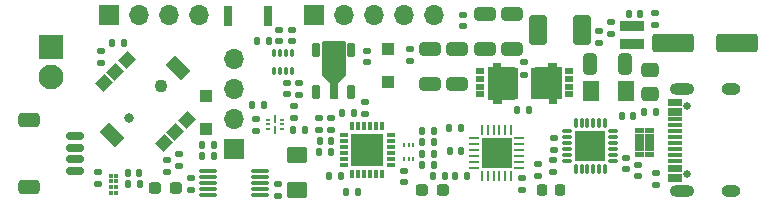
<source format=gts>
%TF.GenerationSoftware,KiCad,Pcbnew,9.0.0*%
%TF.CreationDate,2025-05-10T22:56:34+02:00*%
%TF.ProjectId,CYPD3177_3.3V_V2_+_OLED,43595044-3331-4373-975f-332e33565f56,rev?*%
%TF.SameCoordinates,Original*%
%TF.FileFunction,Soldermask,Top*%
%TF.FilePolarity,Negative*%
%FSLAX46Y46*%
G04 Gerber Fmt 4.6, Leading zero omitted, Abs format (unit mm)*
G04 Created by KiCad (PCBNEW 9.0.0) date 2025-05-10 22:56:34*
%MOMM*%
%LPD*%
G01*
G04 APERTURE LIST*
G04 Aperture macros list*
%AMRoundRect*
0 Rectangle with rounded corners*
0 $1 Rounding radius*
0 $2 $3 $4 $5 $6 $7 $8 $9 X,Y pos of 4 corners*
0 Add a 4 corners polygon primitive as box body*
4,1,4,$2,$3,$4,$5,$6,$7,$8,$9,$2,$3,0*
0 Add four circle primitives for the rounded corners*
1,1,$1+$1,$2,$3*
1,1,$1+$1,$4,$5*
1,1,$1+$1,$6,$7*
1,1,$1+$1,$8,$9*
0 Add four rect primitives between the rounded corners*
20,1,$1+$1,$2,$3,$4,$5,0*
20,1,$1+$1,$4,$5,$6,$7,0*
20,1,$1+$1,$6,$7,$8,$9,0*
20,1,$1+$1,$8,$9,$2,$3,0*%
%AMRotRect*
0 Rectangle, with rotation*
0 The origin of the aperture is its center*
0 $1 length*
0 $2 width*
0 $3 Rotation angle, in degrees counterclockwise*
0 Add horizontal line*
21,1,$1,$2,0,0,$3*%
%AMFreePoly0*
4,1,45,0.915337,4.272534,0.924317,4.268814,0.972251,4.227872,0.979514,4.213617,0.983234,4.204637,0.991000,4.165600,0.991000,1.397000,0.983234,1.357963,0.979514,1.348983,0.955942,1.314462,0.955561,1.314096,0.953959,1.312589,0.356000,0.762465,0.356000,0.508000,0.348234,0.468963,0.344514,0.459983,0.343300,0.458561,0.343300,-0.508000,0.323820,-0.567954,0.272820,-0.605008,
0.241300,-0.610000,-0.241300,-0.610000,-0.301254,-0.590520,-0.338308,-0.539520,-0.343300,-0.508000,-0.343300,0.457600,-0.344514,0.459983,-0.348234,0.468963,-0.356000,0.508000,-0.356000,0.762465,-0.953959,1.312589,-0.977428,1.344732,-0.981518,1.353549,-0.990967,1.394350,-0.990978,1.394879,-0.991000,1.397000,-0.991000,4.165600,-0.983234,4.204637,-0.979514,4.213617,-0.938572,4.261551,
-0.924317,4.268814,-0.915337,4.272534,-0.876300,4.280300,0.876300,4.280300,0.915337,4.272534,0.915337,4.272534,$1*%
G04 Aperture macros list end*
%ADD10C,0.010000*%
%ADD11C,0.025400*%
%ADD12R,0.800000X1.700000*%
%ADD13R,1.700000X1.700000*%
%ADD14O,1.700000X1.700000*%
%ADD15RoundRect,0.140000X-0.140000X-0.170000X0.140000X-0.170000X0.140000X0.170000X-0.140000X0.170000X0*%
%ADD16RoundRect,0.135000X0.135000X0.185000X-0.135000X0.185000X-0.135000X-0.185000X0.135000X-0.185000X0*%
%ADD17RoundRect,0.140000X0.170000X-0.140000X0.170000X0.140000X-0.170000X0.140000X-0.170000X-0.140000X0*%
%ADD18RoundRect,0.140000X-0.170000X0.140000X-0.170000X-0.140000X0.170000X-0.140000X0.170000X0.140000X0*%
%ADD19R,0.450000X0.200000*%
%ADD20R,0.250000X0.700000*%
%ADD21RoundRect,0.135000X0.185000X-0.135000X0.185000X0.135000X-0.185000X0.135000X-0.185000X-0.135000X0*%
%ADD22RoundRect,0.135000X-0.135000X-0.185000X0.135000X-0.185000X0.135000X0.185000X-0.135000X0.185000X0*%
%ADD23RoundRect,0.140000X0.140000X0.170000X-0.140000X0.170000X-0.140000X-0.170000X0.140000X-0.170000X0*%
%ADD24RoundRect,0.075000X-0.650000X-0.075000X0.650000X-0.075000X0.650000X0.075000X-0.650000X0.075000X0*%
%ADD25RoundRect,0.250000X-1.500000X-0.550000X1.500000X-0.550000X1.500000X0.550000X-1.500000X0.550000X0*%
%ADD26R,0.300000X0.800000*%
%ADD27R,0.800000X0.300000*%
%ADD28R,2.800000X2.800000*%
%ADD29R,0.150000X0.365000*%
%ADD30RoundRect,0.102000X-0.250000X-0.175000X0.250000X-0.175000X0.250000X0.175000X-0.250000X0.175000X0*%
%ADD31RoundRect,0.062500X-0.350000X-0.062500X0.350000X-0.062500X0.350000X0.062500X-0.350000X0.062500X0*%
%ADD32RoundRect,0.062500X-0.062500X-0.350000X0.062500X-0.350000X0.062500X0.350000X-0.062500X0.350000X0*%
%ADD33R,2.600000X2.600000*%
%ADD34RoundRect,0.135000X-0.185000X0.135000X-0.185000X-0.135000X0.185000X-0.135000X0.185000X0.135000X0*%
%ADD35RoundRect,0.218750X0.218750X0.256250X-0.218750X0.256250X-0.218750X-0.256250X0.218750X-0.256250X0*%
%ADD36RoundRect,0.250000X0.475000X-0.337500X0.475000X0.337500X-0.475000X0.337500X-0.475000X-0.337500X0*%
%ADD37RoundRect,0.250001X0.462499X0.624999X-0.462499X0.624999X-0.462499X-0.624999X0.462499X-0.624999X0*%
%ADD38RoundRect,0.250000X0.325000X0.650000X-0.325000X0.650000X-0.325000X-0.650000X0.325000X-0.650000X0*%
%ADD39RoundRect,0.102000X-0.215900X-0.508000X0.215900X-0.508000X0.215900X0.508000X-0.215900X0.508000X0*%
%ADD40FreePoly0,0.000000*%
%ADD41RoundRect,0.250000X0.650000X-0.325000X0.650000X0.325000X-0.650000X0.325000X-0.650000X-0.325000X0*%
%ADD42RoundRect,0.250001X-0.624999X0.462499X-0.624999X-0.462499X0.624999X-0.462499X0.624999X0.462499X0*%
%ADD43RoundRect,0.102000X0.250000X0.175000X-0.250000X0.175000X-0.250000X-0.175000X0.250000X-0.175000X0*%
%ADD44RoundRect,0.237500X-0.287500X-0.237500X0.287500X-0.237500X0.287500X0.237500X-0.287500X0.237500X0*%
%ADD45RoundRect,0.250000X-0.650000X0.325000X-0.650000X-0.325000X0.650000X-0.325000X0.650000X0.325000X0*%
%ADD46RoundRect,0.075000X-0.350000X-0.075000X0.350000X-0.075000X0.350000X0.075000X-0.350000X0.075000X0*%
%ADD47RoundRect,0.075000X-0.075000X-0.350000X0.075000X-0.350000X0.075000X0.350000X-0.075000X0.350000X0*%
%ADD48R,2.650000X2.650000*%
%ADD49RoundRect,0.150000X-0.625000X0.150000X-0.625000X-0.150000X0.625000X-0.150000X0.625000X0.150000X0*%
%ADD50RoundRect,0.250000X-0.650000X0.350000X-0.650000X-0.350000X0.650000X-0.350000X0.650000X0.350000X0*%
%ADD51R,1.150000X0.300000*%
%ADD52C,0.650000*%
%ADD53O,2.100000X1.000000*%
%ADD54O,1.600000X1.000000*%
%ADD55RoundRect,0.250001X0.499999X0.999999X-0.499999X0.999999X-0.499999X-0.999999X0.499999X-0.999999X0*%
%ADD56RoundRect,0.050000X0.100000X-0.285000X0.100000X0.285000X-0.100000X0.285000X-0.100000X-0.285000X0*%
%ADD57RoundRect,0.250000X0.300000X-0.300000X0.300000X0.300000X-0.300000X0.300000X-0.300000X-0.300000X0*%
%ADD58RoundRect,0.250001X-0.799999X0.799999X-0.799999X-0.799999X0.799999X-0.799999X0.799999X0.799999X0*%
%ADD59C,2.100000*%
%ADD60C,1.100000*%
%ADD61C,0.800000*%
%ADD62RotRect,1.000000X1.100000X315.000000*%
%ADD63RotRect,1.800000X1.150000X315.000000*%
%ADD64C,0.365000*%
G04 APERTURE END LIST*
D10*
X141015000Y-85695000D02*
X142165000Y-85695000D01*
X142165000Y-85745000D01*
X142465000Y-85745000D01*
X142465000Y-86345000D01*
X142165000Y-86345000D01*
X142165000Y-86395000D01*
X142465000Y-86395000D01*
X142465000Y-86995000D01*
X142165000Y-86995000D01*
X142165000Y-87045000D01*
X142465000Y-87045000D01*
X142465000Y-87645000D01*
X142165000Y-87645000D01*
X142165000Y-87695000D01*
X142465000Y-87695000D01*
X142465000Y-88270000D01*
X142165000Y-88270000D01*
X142165000Y-88345000D01*
X141040000Y-88345000D01*
X141040000Y-88720000D01*
X140390000Y-88720000D01*
X140390000Y-88345000D01*
X139990000Y-88345000D01*
X139990000Y-85695000D01*
X140390000Y-85695000D01*
X140390000Y-85320000D01*
X141015000Y-85320000D01*
X141015000Y-85695000D01*
G36*
X141015000Y-85695000D02*
G01*
X142165000Y-85695000D01*
X142165000Y-85745000D01*
X142465000Y-85745000D01*
X142465000Y-86345000D01*
X142165000Y-86345000D01*
X142165000Y-86395000D01*
X142465000Y-86395000D01*
X142465000Y-86995000D01*
X142165000Y-86995000D01*
X142165000Y-87045000D01*
X142465000Y-87045000D01*
X142465000Y-87645000D01*
X142165000Y-87645000D01*
X142165000Y-87695000D01*
X142465000Y-87695000D01*
X142465000Y-88270000D01*
X142165000Y-88270000D01*
X142165000Y-88345000D01*
X141040000Y-88345000D01*
X141040000Y-88720000D01*
X140390000Y-88720000D01*
X140390000Y-88345000D01*
X139990000Y-88345000D01*
X139990000Y-85695000D01*
X140390000Y-85695000D01*
X140390000Y-85320000D01*
X141015000Y-85320000D01*
X141015000Y-85695000D01*
G37*
D11*
X127776300Y-86358200D02*
X127141300Y-86942400D01*
X127141300Y-87247200D01*
X126658700Y-87247200D01*
X126658700Y-86942400D01*
X126023700Y-86358200D01*
X126023700Y-83589600D01*
X126658700Y-83589600D01*
X127141300Y-83589600D01*
X127776300Y-83589600D01*
X127776300Y-86358200D01*
G36*
X127776300Y-86358200D02*
G01*
X127141300Y-86942400D01*
X127141300Y-87247200D01*
X126658700Y-87247200D01*
X126658700Y-86942400D01*
X126023700Y-86358200D01*
X126023700Y-83589600D01*
X126658700Y-83589600D01*
X127141300Y-83589600D01*
X127776300Y-83589600D01*
X127776300Y-86358200D01*
G37*
D10*
X145735000Y-85675000D02*
X146135000Y-85675000D01*
X146135000Y-88325000D01*
X145735000Y-88325000D01*
X145735000Y-88700000D01*
X145110000Y-88700000D01*
X145110000Y-88325000D01*
X143960000Y-88325000D01*
X143960000Y-88275000D01*
X143660000Y-88275000D01*
X143660000Y-87675000D01*
X143960000Y-87675000D01*
X143960000Y-87625000D01*
X143660000Y-87625000D01*
X143660000Y-87025000D01*
X143960000Y-87025000D01*
X143960000Y-86975000D01*
X143660000Y-86975000D01*
X143660000Y-86375000D01*
X143960000Y-86375000D01*
X143960000Y-86325000D01*
X143660000Y-86325000D01*
X143660000Y-85750000D01*
X143960000Y-85750000D01*
X143960000Y-85675000D01*
X145085000Y-85675000D01*
X145085000Y-85300000D01*
X145735000Y-85300000D01*
X145735000Y-85675000D01*
G36*
X145735000Y-85675000D02*
G01*
X146135000Y-85675000D01*
X146135000Y-88325000D01*
X145735000Y-88325000D01*
X145735000Y-88700000D01*
X145110000Y-88700000D01*
X145110000Y-88325000D01*
X143960000Y-88325000D01*
X143960000Y-88275000D01*
X143660000Y-88275000D01*
X143660000Y-87675000D01*
X143960000Y-87675000D01*
X143960000Y-87625000D01*
X143660000Y-87625000D01*
X143660000Y-87025000D01*
X143960000Y-87025000D01*
X143960000Y-86975000D01*
X143660000Y-86975000D01*
X143660000Y-86375000D01*
X143960000Y-86375000D01*
X143960000Y-86325000D01*
X143660000Y-86325000D01*
X143660000Y-85750000D01*
X143960000Y-85750000D01*
X143960000Y-85675000D01*
X145085000Y-85675000D01*
X145085000Y-85300000D01*
X145735000Y-85300000D01*
X145735000Y-85675000D01*
G37*
X153075500Y-90831000D02*
X153077500Y-90831000D01*
X153080500Y-90832000D01*
X153082500Y-90832000D01*
X153085500Y-90833000D01*
X153087500Y-90834000D01*
X153090500Y-90835000D01*
X153092500Y-90837000D01*
X153094500Y-90838000D01*
X153096500Y-90840000D01*
X153098500Y-90841000D01*
X153100500Y-90843000D01*
X153102500Y-90845000D01*
X153104500Y-90847000D01*
X153106500Y-90849000D01*
X153107500Y-90851000D01*
X153109500Y-90853000D01*
X153110500Y-90855000D01*
X153112500Y-90857000D01*
X153113500Y-90860000D01*
X153114500Y-90862000D01*
X153115500Y-90865000D01*
X153115500Y-90867000D01*
X153116500Y-90870000D01*
X153116500Y-90872000D01*
X153117500Y-90875000D01*
X153117500Y-90877000D01*
X153117500Y-90880000D01*
X153117500Y-91120000D01*
X153117500Y-91123000D01*
X153117500Y-91125000D01*
X153116500Y-91128000D01*
X153116500Y-91130000D01*
X153115500Y-91133000D01*
X153115500Y-91135000D01*
X153114500Y-91138000D01*
X153113500Y-91140000D01*
X153112500Y-91143000D01*
X153110500Y-91145000D01*
X153109500Y-91147000D01*
X153107500Y-91149000D01*
X153106500Y-91151000D01*
X153104500Y-91153000D01*
X153102500Y-91155000D01*
X153100500Y-91157000D01*
X153098500Y-91159000D01*
X153096500Y-91160000D01*
X153094500Y-91162000D01*
X153092500Y-91163000D01*
X153090500Y-91165000D01*
X153087500Y-91166000D01*
X153085500Y-91167000D01*
X153082500Y-91168000D01*
X153080500Y-91168000D01*
X153077500Y-91169000D01*
X153075500Y-91169000D01*
X153072500Y-91170000D01*
X153070500Y-91170000D01*
X153067500Y-91170000D01*
X152462500Y-91170000D01*
X152459500Y-91170000D01*
X152457500Y-91170000D01*
X152454500Y-91169000D01*
X152452500Y-91169000D01*
X152449500Y-91168000D01*
X152447500Y-91168000D01*
X152444500Y-91167000D01*
X152442500Y-91166000D01*
X152439500Y-91165000D01*
X152437500Y-91163000D01*
X152435500Y-91162000D01*
X152433500Y-91160000D01*
X152431500Y-91159000D01*
X152429500Y-91157000D01*
X152427500Y-91155000D01*
X152425500Y-91153000D01*
X152423500Y-91151000D01*
X152422500Y-91149000D01*
X152420500Y-91147000D01*
X152419500Y-91145000D01*
X152417500Y-91143000D01*
X152416500Y-91140000D01*
X152415500Y-91138000D01*
X152414500Y-91135000D01*
X152414500Y-91133000D01*
X152413500Y-91130000D01*
X152413500Y-91128000D01*
X152412500Y-91125000D01*
X152412500Y-91123000D01*
X152412500Y-91120000D01*
X152412500Y-90880000D01*
X152412500Y-90877000D01*
X152412500Y-90875000D01*
X152413500Y-90872000D01*
X152413500Y-90870000D01*
X152414500Y-90867000D01*
X152414500Y-90865000D01*
X152415500Y-90862000D01*
X152416500Y-90860000D01*
X152417500Y-90857000D01*
X152419500Y-90855000D01*
X152420500Y-90853000D01*
X152422500Y-90851000D01*
X152423500Y-90849000D01*
X152425500Y-90847000D01*
X152427500Y-90845000D01*
X152429500Y-90843000D01*
X152431500Y-90841000D01*
X152433500Y-90840000D01*
X152435500Y-90838000D01*
X152437500Y-90837000D01*
X152439500Y-90835000D01*
X152442500Y-90834000D01*
X152444500Y-90833000D01*
X152447500Y-90832000D01*
X152449500Y-90832000D01*
X152452500Y-90831000D01*
X152454500Y-90831000D01*
X152457500Y-90830000D01*
X152459500Y-90830000D01*
X152462500Y-90830000D01*
X153067500Y-90830000D01*
X153070500Y-90830000D01*
X153072500Y-90830000D01*
X153075500Y-90831000D01*
G36*
X153075500Y-90831000D02*
G01*
X153077500Y-90831000D01*
X153080500Y-90832000D01*
X153082500Y-90832000D01*
X153085500Y-90833000D01*
X153087500Y-90834000D01*
X153090500Y-90835000D01*
X153092500Y-90837000D01*
X153094500Y-90838000D01*
X153096500Y-90840000D01*
X153098500Y-90841000D01*
X153100500Y-90843000D01*
X153102500Y-90845000D01*
X153104500Y-90847000D01*
X153106500Y-90849000D01*
X153107500Y-90851000D01*
X153109500Y-90853000D01*
X153110500Y-90855000D01*
X153112500Y-90857000D01*
X153113500Y-90860000D01*
X153114500Y-90862000D01*
X153115500Y-90865000D01*
X153115500Y-90867000D01*
X153116500Y-90870000D01*
X153116500Y-90872000D01*
X153117500Y-90875000D01*
X153117500Y-90877000D01*
X153117500Y-90880000D01*
X153117500Y-91120000D01*
X153117500Y-91123000D01*
X153117500Y-91125000D01*
X153116500Y-91128000D01*
X153116500Y-91130000D01*
X153115500Y-91133000D01*
X153115500Y-91135000D01*
X153114500Y-91138000D01*
X153113500Y-91140000D01*
X153112500Y-91143000D01*
X153110500Y-91145000D01*
X153109500Y-91147000D01*
X153107500Y-91149000D01*
X153106500Y-91151000D01*
X153104500Y-91153000D01*
X153102500Y-91155000D01*
X153100500Y-91157000D01*
X153098500Y-91159000D01*
X153096500Y-91160000D01*
X153094500Y-91162000D01*
X153092500Y-91163000D01*
X153090500Y-91165000D01*
X153087500Y-91166000D01*
X153085500Y-91167000D01*
X153082500Y-91168000D01*
X153080500Y-91168000D01*
X153077500Y-91169000D01*
X153075500Y-91169000D01*
X153072500Y-91170000D01*
X153070500Y-91170000D01*
X153067500Y-91170000D01*
X152462500Y-91170000D01*
X152459500Y-91170000D01*
X152457500Y-91170000D01*
X152454500Y-91169000D01*
X152452500Y-91169000D01*
X152449500Y-91168000D01*
X152447500Y-91168000D01*
X152444500Y-91167000D01*
X152442500Y-91166000D01*
X152439500Y-91165000D01*
X152437500Y-91163000D01*
X152435500Y-91162000D01*
X152433500Y-91160000D01*
X152431500Y-91159000D01*
X152429500Y-91157000D01*
X152427500Y-91155000D01*
X152425500Y-91153000D01*
X152423500Y-91151000D01*
X152422500Y-91149000D01*
X152420500Y-91147000D01*
X152419500Y-91145000D01*
X152417500Y-91143000D01*
X152416500Y-91140000D01*
X152415500Y-91138000D01*
X152414500Y-91135000D01*
X152414500Y-91133000D01*
X152413500Y-91130000D01*
X152413500Y-91128000D01*
X152412500Y-91125000D01*
X152412500Y-91123000D01*
X152412500Y-91120000D01*
X152412500Y-90880000D01*
X152412500Y-90877000D01*
X152412500Y-90875000D01*
X152413500Y-90872000D01*
X152413500Y-90870000D01*
X152414500Y-90867000D01*
X152414500Y-90865000D01*
X152415500Y-90862000D01*
X152416500Y-90860000D01*
X152417500Y-90857000D01*
X152419500Y-90855000D01*
X152420500Y-90853000D01*
X152422500Y-90851000D01*
X152423500Y-90849000D01*
X152425500Y-90847000D01*
X152427500Y-90845000D01*
X152429500Y-90843000D01*
X152431500Y-90841000D01*
X152433500Y-90840000D01*
X152435500Y-90838000D01*
X152437500Y-90837000D01*
X152439500Y-90835000D01*
X152442500Y-90834000D01*
X152444500Y-90833000D01*
X152447500Y-90832000D01*
X152449500Y-90832000D01*
X152452500Y-90831000D01*
X152454500Y-90831000D01*
X152457500Y-90830000D01*
X152459500Y-90830000D01*
X152462500Y-90830000D01*
X153067500Y-90830000D01*
X153070500Y-90830000D01*
X153072500Y-90830000D01*
X153075500Y-90831000D01*
G37*
X153075500Y-91731000D02*
X153077500Y-91731000D01*
X153080500Y-91732000D01*
X153082500Y-91732000D01*
X153085500Y-91733000D01*
X153087500Y-91734000D01*
X153090500Y-91735000D01*
X153092500Y-91737000D01*
X153094500Y-91738000D01*
X153096500Y-91740000D01*
X153098500Y-91741000D01*
X153100500Y-91743000D01*
X153102500Y-91745000D01*
X153104500Y-91747000D01*
X153106500Y-91749000D01*
X153107500Y-91751000D01*
X153109500Y-91753000D01*
X153110500Y-91755000D01*
X153112500Y-91757000D01*
X153113500Y-91760000D01*
X153114500Y-91762000D01*
X153115500Y-91765000D01*
X153115500Y-91767000D01*
X153116500Y-91770000D01*
X153116500Y-91772000D01*
X153117500Y-91775000D01*
X153117500Y-91777000D01*
X153117500Y-91780000D01*
X153117500Y-92220000D01*
X153117500Y-92223000D01*
X153117500Y-92225000D01*
X153116500Y-92228000D01*
X153116500Y-92230000D01*
X153115500Y-92233000D01*
X153115500Y-92235000D01*
X153114500Y-92238000D01*
X153113500Y-92240000D01*
X153112500Y-92243000D01*
X153110500Y-92245000D01*
X153109500Y-92247000D01*
X153107500Y-92249000D01*
X153106500Y-92251000D01*
X153104500Y-92253000D01*
X153102500Y-92255000D01*
X153100500Y-92257000D01*
X153098500Y-92259000D01*
X153096500Y-92260000D01*
X153094500Y-92262000D01*
X153092500Y-92263000D01*
X153090500Y-92265000D01*
X153087500Y-92266000D01*
X153085500Y-92267000D01*
X153082500Y-92268000D01*
X153080500Y-92268000D01*
X153077500Y-92269000D01*
X153075500Y-92269000D01*
X153072500Y-92270000D01*
X153070500Y-92270000D01*
X153067500Y-92270000D01*
X152462500Y-92270000D01*
X152459500Y-92270000D01*
X152457500Y-92270000D01*
X152454500Y-92269000D01*
X152452500Y-92269000D01*
X152449500Y-92268000D01*
X152447500Y-92268000D01*
X152444500Y-92267000D01*
X152442500Y-92266000D01*
X152439500Y-92265000D01*
X152437500Y-92263000D01*
X152435500Y-92262000D01*
X152433500Y-92260000D01*
X152431500Y-92259000D01*
X152429500Y-92257000D01*
X152427500Y-92255000D01*
X152425500Y-92253000D01*
X152423500Y-92251000D01*
X152422500Y-92249000D01*
X152420500Y-92247000D01*
X152419500Y-92245000D01*
X152417500Y-92243000D01*
X152416500Y-92240000D01*
X152415500Y-92238000D01*
X152414500Y-92235000D01*
X152414500Y-92233000D01*
X152413500Y-92230000D01*
X152413500Y-92228000D01*
X152412500Y-92225000D01*
X152412500Y-92223000D01*
X152412500Y-92220000D01*
X152412500Y-91780000D01*
X152412500Y-91777000D01*
X152412500Y-91775000D01*
X152413500Y-91772000D01*
X152413500Y-91770000D01*
X152414500Y-91767000D01*
X152414500Y-91765000D01*
X152415500Y-91762000D01*
X152416500Y-91760000D01*
X152417500Y-91757000D01*
X152419500Y-91755000D01*
X152420500Y-91753000D01*
X152422500Y-91751000D01*
X152423500Y-91749000D01*
X152425500Y-91747000D01*
X152427500Y-91745000D01*
X152429500Y-91743000D01*
X152431500Y-91741000D01*
X152433500Y-91740000D01*
X152435500Y-91738000D01*
X152437500Y-91737000D01*
X152439500Y-91735000D01*
X152442500Y-91734000D01*
X152444500Y-91733000D01*
X152447500Y-91732000D01*
X152449500Y-91732000D01*
X152452500Y-91731000D01*
X152454500Y-91731000D01*
X152457500Y-91730000D01*
X152459500Y-91730000D01*
X152462500Y-91730000D01*
X153067500Y-91730000D01*
X153070500Y-91730000D01*
X153072500Y-91730000D01*
X153075500Y-91731000D01*
G36*
X153075500Y-91731000D02*
G01*
X153077500Y-91731000D01*
X153080500Y-91732000D01*
X153082500Y-91732000D01*
X153085500Y-91733000D01*
X153087500Y-91734000D01*
X153090500Y-91735000D01*
X153092500Y-91737000D01*
X153094500Y-91738000D01*
X153096500Y-91740000D01*
X153098500Y-91741000D01*
X153100500Y-91743000D01*
X153102500Y-91745000D01*
X153104500Y-91747000D01*
X153106500Y-91749000D01*
X153107500Y-91751000D01*
X153109500Y-91753000D01*
X153110500Y-91755000D01*
X153112500Y-91757000D01*
X153113500Y-91760000D01*
X153114500Y-91762000D01*
X153115500Y-91765000D01*
X153115500Y-91767000D01*
X153116500Y-91770000D01*
X153116500Y-91772000D01*
X153117500Y-91775000D01*
X153117500Y-91777000D01*
X153117500Y-91780000D01*
X153117500Y-92220000D01*
X153117500Y-92223000D01*
X153117500Y-92225000D01*
X153116500Y-92228000D01*
X153116500Y-92230000D01*
X153115500Y-92233000D01*
X153115500Y-92235000D01*
X153114500Y-92238000D01*
X153113500Y-92240000D01*
X153112500Y-92243000D01*
X153110500Y-92245000D01*
X153109500Y-92247000D01*
X153107500Y-92249000D01*
X153106500Y-92251000D01*
X153104500Y-92253000D01*
X153102500Y-92255000D01*
X153100500Y-92257000D01*
X153098500Y-92259000D01*
X153096500Y-92260000D01*
X153094500Y-92262000D01*
X153092500Y-92263000D01*
X153090500Y-92265000D01*
X153087500Y-92266000D01*
X153085500Y-92267000D01*
X153082500Y-92268000D01*
X153080500Y-92268000D01*
X153077500Y-92269000D01*
X153075500Y-92269000D01*
X153072500Y-92270000D01*
X153070500Y-92270000D01*
X153067500Y-92270000D01*
X152462500Y-92270000D01*
X152459500Y-92270000D01*
X152457500Y-92270000D01*
X152454500Y-92269000D01*
X152452500Y-92269000D01*
X152449500Y-92268000D01*
X152447500Y-92268000D01*
X152444500Y-92267000D01*
X152442500Y-92266000D01*
X152439500Y-92265000D01*
X152437500Y-92263000D01*
X152435500Y-92262000D01*
X152433500Y-92260000D01*
X152431500Y-92259000D01*
X152429500Y-92257000D01*
X152427500Y-92255000D01*
X152425500Y-92253000D01*
X152423500Y-92251000D01*
X152422500Y-92249000D01*
X152420500Y-92247000D01*
X152419500Y-92245000D01*
X152417500Y-92243000D01*
X152416500Y-92240000D01*
X152415500Y-92238000D01*
X152414500Y-92235000D01*
X152414500Y-92233000D01*
X152413500Y-92230000D01*
X152413500Y-92228000D01*
X152412500Y-92225000D01*
X152412500Y-92223000D01*
X152412500Y-92220000D01*
X152412500Y-91780000D01*
X152412500Y-91777000D01*
X152412500Y-91775000D01*
X152413500Y-91772000D01*
X152413500Y-91770000D01*
X152414500Y-91767000D01*
X152414500Y-91765000D01*
X152415500Y-91762000D01*
X152416500Y-91760000D01*
X152417500Y-91757000D01*
X152419500Y-91755000D01*
X152420500Y-91753000D01*
X152422500Y-91751000D01*
X152423500Y-91749000D01*
X152425500Y-91747000D01*
X152427500Y-91745000D01*
X152429500Y-91743000D01*
X152431500Y-91741000D01*
X152433500Y-91740000D01*
X152435500Y-91738000D01*
X152437500Y-91737000D01*
X152439500Y-91735000D01*
X152442500Y-91734000D01*
X152444500Y-91733000D01*
X152447500Y-91732000D01*
X152449500Y-91732000D01*
X152452500Y-91731000D01*
X152454500Y-91731000D01*
X152457500Y-91730000D01*
X152459500Y-91730000D01*
X152462500Y-91730000D01*
X153067500Y-91730000D01*
X153070500Y-91730000D01*
X153072500Y-91730000D01*
X153075500Y-91731000D01*
G37*
X153075500Y-92831000D02*
X153077500Y-92831000D01*
X153080500Y-92832000D01*
X153082500Y-92832000D01*
X153085500Y-92833000D01*
X153087500Y-92834000D01*
X153090500Y-92835000D01*
X153092500Y-92837000D01*
X153094500Y-92838000D01*
X153096500Y-92840000D01*
X153098500Y-92841000D01*
X153100500Y-92843000D01*
X153102500Y-92845000D01*
X153104500Y-92847000D01*
X153106500Y-92849000D01*
X153107500Y-92851000D01*
X153109500Y-92853000D01*
X153110500Y-92855000D01*
X153112500Y-92857000D01*
X153113500Y-92860000D01*
X153114500Y-92862000D01*
X153115500Y-92865000D01*
X153115500Y-92867000D01*
X153116500Y-92870000D01*
X153116500Y-92872000D01*
X153117500Y-92875000D01*
X153117500Y-92877000D01*
X153117500Y-92880000D01*
X153117500Y-93120000D01*
X153117500Y-93123000D01*
X153117500Y-93125000D01*
X153116500Y-93128000D01*
X153116500Y-93130000D01*
X153115500Y-93133000D01*
X153115500Y-93135000D01*
X153114500Y-93138000D01*
X153113500Y-93140000D01*
X153112500Y-93143000D01*
X153110500Y-93145000D01*
X153109500Y-93147000D01*
X153107500Y-93149000D01*
X153106500Y-93151000D01*
X153104500Y-93153000D01*
X153102500Y-93155000D01*
X153100500Y-93157000D01*
X153098500Y-93159000D01*
X153096500Y-93160000D01*
X153094500Y-93162000D01*
X153092500Y-93163000D01*
X153090500Y-93165000D01*
X153087500Y-93166000D01*
X153085500Y-93167000D01*
X153082500Y-93168000D01*
X153080500Y-93168000D01*
X153077500Y-93169000D01*
X153075500Y-93169000D01*
X153072500Y-93170000D01*
X153070500Y-93170000D01*
X153067500Y-93170000D01*
X152462500Y-93170000D01*
X152459500Y-93170000D01*
X152457500Y-93170000D01*
X152454500Y-93169000D01*
X152452500Y-93169000D01*
X152449500Y-93168000D01*
X152447500Y-93168000D01*
X152444500Y-93167000D01*
X152442500Y-93166000D01*
X152439500Y-93165000D01*
X152437500Y-93163000D01*
X152435500Y-93162000D01*
X152433500Y-93160000D01*
X152431500Y-93159000D01*
X152429500Y-93157000D01*
X152427500Y-93155000D01*
X152425500Y-93153000D01*
X152423500Y-93151000D01*
X152422500Y-93149000D01*
X152420500Y-93147000D01*
X152419500Y-93145000D01*
X152417500Y-93143000D01*
X152416500Y-93140000D01*
X152415500Y-93138000D01*
X152414500Y-93135000D01*
X152414500Y-93133000D01*
X152413500Y-93130000D01*
X152413500Y-93128000D01*
X152412500Y-93125000D01*
X152412500Y-93123000D01*
X152412500Y-93120000D01*
X152412500Y-92880000D01*
X152412500Y-92877000D01*
X152412500Y-92875000D01*
X152413500Y-92872000D01*
X152413500Y-92870000D01*
X152414500Y-92867000D01*
X152414500Y-92865000D01*
X152415500Y-92862000D01*
X152416500Y-92860000D01*
X152417500Y-92857000D01*
X152419500Y-92855000D01*
X152420500Y-92853000D01*
X152422500Y-92851000D01*
X152423500Y-92849000D01*
X152425500Y-92847000D01*
X152427500Y-92845000D01*
X152429500Y-92843000D01*
X152431500Y-92841000D01*
X152433500Y-92840000D01*
X152435500Y-92838000D01*
X152437500Y-92837000D01*
X152439500Y-92835000D01*
X152442500Y-92834000D01*
X152444500Y-92833000D01*
X152447500Y-92832000D01*
X152449500Y-92832000D01*
X152452500Y-92831000D01*
X152454500Y-92831000D01*
X152457500Y-92830000D01*
X152459500Y-92830000D01*
X152462500Y-92830000D01*
X153067500Y-92830000D01*
X153070500Y-92830000D01*
X153072500Y-92830000D01*
X153075500Y-92831000D01*
G36*
X153075500Y-92831000D02*
G01*
X153077500Y-92831000D01*
X153080500Y-92832000D01*
X153082500Y-92832000D01*
X153085500Y-92833000D01*
X153087500Y-92834000D01*
X153090500Y-92835000D01*
X153092500Y-92837000D01*
X153094500Y-92838000D01*
X153096500Y-92840000D01*
X153098500Y-92841000D01*
X153100500Y-92843000D01*
X153102500Y-92845000D01*
X153104500Y-92847000D01*
X153106500Y-92849000D01*
X153107500Y-92851000D01*
X153109500Y-92853000D01*
X153110500Y-92855000D01*
X153112500Y-92857000D01*
X153113500Y-92860000D01*
X153114500Y-92862000D01*
X153115500Y-92865000D01*
X153115500Y-92867000D01*
X153116500Y-92870000D01*
X153116500Y-92872000D01*
X153117500Y-92875000D01*
X153117500Y-92877000D01*
X153117500Y-92880000D01*
X153117500Y-93120000D01*
X153117500Y-93123000D01*
X153117500Y-93125000D01*
X153116500Y-93128000D01*
X153116500Y-93130000D01*
X153115500Y-93133000D01*
X153115500Y-93135000D01*
X153114500Y-93138000D01*
X153113500Y-93140000D01*
X153112500Y-93143000D01*
X153110500Y-93145000D01*
X153109500Y-93147000D01*
X153107500Y-93149000D01*
X153106500Y-93151000D01*
X153104500Y-93153000D01*
X153102500Y-93155000D01*
X153100500Y-93157000D01*
X153098500Y-93159000D01*
X153096500Y-93160000D01*
X153094500Y-93162000D01*
X153092500Y-93163000D01*
X153090500Y-93165000D01*
X153087500Y-93166000D01*
X153085500Y-93167000D01*
X153082500Y-93168000D01*
X153080500Y-93168000D01*
X153077500Y-93169000D01*
X153075500Y-93169000D01*
X153072500Y-93170000D01*
X153070500Y-93170000D01*
X153067500Y-93170000D01*
X152462500Y-93170000D01*
X152459500Y-93170000D01*
X152457500Y-93170000D01*
X152454500Y-93169000D01*
X152452500Y-93169000D01*
X152449500Y-93168000D01*
X152447500Y-93168000D01*
X152444500Y-93167000D01*
X152442500Y-93166000D01*
X152439500Y-93165000D01*
X152437500Y-93163000D01*
X152435500Y-93162000D01*
X152433500Y-93160000D01*
X152431500Y-93159000D01*
X152429500Y-93157000D01*
X152427500Y-93155000D01*
X152425500Y-93153000D01*
X152423500Y-93151000D01*
X152422500Y-93149000D01*
X152420500Y-93147000D01*
X152419500Y-93145000D01*
X152417500Y-93143000D01*
X152416500Y-93140000D01*
X152415500Y-93138000D01*
X152414500Y-93135000D01*
X152414500Y-93133000D01*
X152413500Y-93130000D01*
X152413500Y-93128000D01*
X152412500Y-93125000D01*
X152412500Y-93123000D01*
X152412500Y-93120000D01*
X152412500Y-92880000D01*
X152412500Y-92877000D01*
X152412500Y-92875000D01*
X152413500Y-92872000D01*
X152413500Y-92870000D01*
X152414500Y-92867000D01*
X152414500Y-92865000D01*
X152415500Y-92862000D01*
X152416500Y-92860000D01*
X152417500Y-92857000D01*
X152419500Y-92855000D01*
X152420500Y-92853000D01*
X152422500Y-92851000D01*
X152423500Y-92849000D01*
X152425500Y-92847000D01*
X152427500Y-92845000D01*
X152429500Y-92843000D01*
X152431500Y-92841000D01*
X152433500Y-92840000D01*
X152435500Y-92838000D01*
X152437500Y-92837000D01*
X152439500Y-92835000D01*
X152442500Y-92834000D01*
X152444500Y-92833000D01*
X152447500Y-92832000D01*
X152449500Y-92832000D01*
X152452500Y-92831000D01*
X152454500Y-92831000D01*
X152457500Y-92830000D01*
X152459500Y-92830000D01*
X152462500Y-92830000D01*
X153067500Y-92830000D01*
X153070500Y-92830000D01*
X153072500Y-92830000D01*
X153075500Y-92831000D01*
G37*
X153075500Y-91331000D02*
X153077500Y-91331000D01*
X153080500Y-91332000D01*
X153082500Y-91332000D01*
X153085500Y-91333000D01*
X153087500Y-91334000D01*
X153090500Y-91335000D01*
X153092500Y-91337000D01*
X153094500Y-91338000D01*
X153096500Y-91340000D01*
X153098500Y-91341000D01*
X153100500Y-91343000D01*
X153102500Y-91345000D01*
X153104500Y-91347000D01*
X153106500Y-91349000D01*
X153107500Y-91351000D01*
X153109500Y-91353000D01*
X153110500Y-91355000D01*
X153112500Y-91357000D01*
X153113500Y-91360000D01*
X153114500Y-91362000D01*
X153115500Y-91365000D01*
X153115500Y-91367000D01*
X153116500Y-91370000D01*
X153116500Y-91372000D01*
X153117500Y-91375000D01*
X153117500Y-91377000D01*
X153117500Y-91380000D01*
X153117500Y-91620000D01*
X153117500Y-91623000D01*
X153117500Y-91625000D01*
X153116500Y-91628000D01*
X153116500Y-91630000D01*
X153115500Y-91633000D01*
X153115500Y-91635000D01*
X153114500Y-91638000D01*
X153113500Y-91640000D01*
X153112500Y-91643000D01*
X153110500Y-91645000D01*
X153109500Y-91647000D01*
X153107500Y-91649000D01*
X153106500Y-91651000D01*
X153104500Y-91653000D01*
X153102500Y-91655000D01*
X153100500Y-91657000D01*
X153098500Y-91659000D01*
X153096500Y-91660000D01*
X153094500Y-91662000D01*
X153092500Y-91663000D01*
X153090500Y-91665000D01*
X153087500Y-91666000D01*
X153085500Y-91667000D01*
X153082500Y-91668000D01*
X153080500Y-91668000D01*
X153077500Y-91669000D01*
X153075500Y-91669000D01*
X153072500Y-91670000D01*
X153070500Y-91670000D01*
X153067500Y-91670000D01*
X152462500Y-91670000D01*
X152459500Y-91670000D01*
X152457500Y-91670000D01*
X152454500Y-91669000D01*
X152452500Y-91669000D01*
X152449500Y-91668000D01*
X152447500Y-91668000D01*
X152444500Y-91667000D01*
X152442500Y-91666000D01*
X152439500Y-91665000D01*
X152437500Y-91663000D01*
X152435500Y-91662000D01*
X152433500Y-91660000D01*
X152431500Y-91659000D01*
X152429500Y-91657000D01*
X152427500Y-91655000D01*
X152425500Y-91653000D01*
X152423500Y-91651000D01*
X152422500Y-91649000D01*
X152420500Y-91647000D01*
X152419500Y-91645000D01*
X152417500Y-91643000D01*
X152416500Y-91640000D01*
X152415500Y-91638000D01*
X152414500Y-91635000D01*
X152414500Y-91633000D01*
X152413500Y-91630000D01*
X152413500Y-91628000D01*
X152412500Y-91625000D01*
X152412500Y-91623000D01*
X152412500Y-91620000D01*
X152412500Y-91380000D01*
X152412500Y-91377000D01*
X152412500Y-91375000D01*
X152413500Y-91372000D01*
X152413500Y-91370000D01*
X152414500Y-91367000D01*
X152414500Y-91365000D01*
X152415500Y-91362000D01*
X152416500Y-91360000D01*
X152417500Y-91357000D01*
X152419500Y-91355000D01*
X152420500Y-91353000D01*
X152422500Y-91351000D01*
X152423500Y-91349000D01*
X152425500Y-91347000D01*
X152427500Y-91345000D01*
X152429500Y-91343000D01*
X152431500Y-91341000D01*
X152433500Y-91340000D01*
X152435500Y-91338000D01*
X152437500Y-91337000D01*
X152439500Y-91335000D01*
X152442500Y-91334000D01*
X152444500Y-91333000D01*
X152447500Y-91332000D01*
X152449500Y-91332000D01*
X152452500Y-91331000D01*
X152454500Y-91331000D01*
X152457500Y-91330000D01*
X152459500Y-91330000D01*
X152462500Y-91330000D01*
X153067500Y-91330000D01*
X153070500Y-91330000D01*
X153072500Y-91330000D01*
X153075500Y-91331000D01*
G36*
X153075500Y-91331000D02*
G01*
X153077500Y-91331000D01*
X153080500Y-91332000D01*
X153082500Y-91332000D01*
X153085500Y-91333000D01*
X153087500Y-91334000D01*
X153090500Y-91335000D01*
X153092500Y-91337000D01*
X153094500Y-91338000D01*
X153096500Y-91340000D01*
X153098500Y-91341000D01*
X153100500Y-91343000D01*
X153102500Y-91345000D01*
X153104500Y-91347000D01*
X153106500Y-91349000D01*
X153107500Y-91351000D01*
X153109500Y-91353000D01*
X153110500Y-91355000D01*
X153112500Y-91357000D01*
X153113500Y-91360000D01*
X153114500Y-91362000D01*
X153115500Y-91365000D01*
X153115500Y-91367000D01*
X153116500Y-91370000D01*
X153116500Y-91372000D01*
X153117500Y-91375000D01*
X153117500Y-91377000D01*
X153117500Y-91380000D01*
X153117500Y-91620000D01*
X153117500Y-91623000D01*
X153117500Y-91625000D01*
X153116500Y-91628000D01*
X153116500Y-91630000D01*
X153115500Y-91633000D01*
X153115500Y-91635000D01*
X153114500Y-91638000D01*
X153113500Y-91640000D01*
X153112500Y-91643000D01*
X153110500Y-91645000D01*
X153109500Y-91647000D01*
X153107500Y-91649000D01*
X153106500Y-91651000D01*
X153104500Y-91653000D01*
X153102500Y-91655000D01*
X153100500Y-91657000D01*
X153098500Y-91659000D01*
X153096500Y-91660000D01*
X153094500Y-91662000D01*
X153092500Y-91663000D01*
X153090500Y-91665000D01*
X153087500Y-91666000D01*
X153085500Y-91667000D01*
X153082500Y-91668000D01*
X153080500Y-91668000D01*
X153077500Y-91669000D01*
X153075500Y-91669000D01*
X153072500Y-91670000D01*
X153070500Y-91670000D01*
X153067500Y-91670000D01*
X152462500Y-91670000D01*
X152459500Y-91670000D01*
X152457500Y-91670000D01*
X152454500Y-91669000D01*
X152452500Y-91669000D01*
X152449500Y-91668000D01*
X152447500Y-91668000D01*
X152444500Y-91667000D01*
X152442500Y-91666000D01*
X152439500Y-91665000D01*
X152437500Y-91663000D01*
X152435500Y-91662000D01*
X152433500Y-91660000D01*
X152431500Y-91659000D01*
X152429500Y-91657000D01*
X152427500Y-91655000D01*
X152425500Y-91653000D01*
X152423500Y-91651000D01*
X152422500Y-91649000D01*
X152420500Y-91647000D01*
X152419500Y-91645000D01*
X152417500Y-91643000D01*
X152416500Y-91640000D01*
X152415500Y-91638000D01*
X152414500Y-91635000D01*
X152414500Y-91633000D01*
X152413500Y-91630000D01*
X152413500Y-91628000D01*
X152412500Y-91625000D01*
X152412500Y-91623000D01*
X152412500Y-91620000D01*
X152412500Y-91380000D01*
X152412500Y-91377000D01*
X152412500Y-91375000D01*
X152413500Y-91372000D01*
X152413500Y-91370000D01*
X152414500Y-91367000D01*
X152414500Y-91365000D01*
X152415500Y-91362000D01*
X152416500Y-91360000D01*
X152417500Y-91357000D01*
X152419500Y-91355000D01*
X152420500Y-91353000D01*
X152422500Y-91351000D01*
X152423500Y-91349000D01*
X152425500Y-91347000D01*
X152427500Y-91345000D01*
X152429500Y-91343000D01*
X152431500Y-91341000D01*
X152433500Y-91340000D01*
X152435500Y-91338000D01*
X152437500Y-91337000D01*
X152439500Y-91335000D01*
X152442500Y-91334000D01*
X152444500Y-91333000D01*
X152447500Y-91332000D01*
X152449500Y-91332000D01*
X152452500Y-91331000D01*
X152454500Y-91331000D01*
X152457500Y-91330000D01*
X152459500Y-91330000D01*
X152462500Y-91330000D01*
X153067500Y-91330000D01*
X153070500Y-91330000D01*
X153072500Y-91330000D01*
X153075500Y-91331000D01*
G37*
X153075500Y-92331000D02*
X153077500Y-92331000D01*
X153080500Y-92332000D01*
X153082500Y-92332000D01*
X153085500Y-92333000D01*
X153087500Y-92334000D01*
X153090500Y-92335000D01*
X153092500Y-92337000D01*
X153094500Y-92338000D01*
X153096500Y-92340000D01*
X153098500Y-92341000D01*
X153100500Y-92343000D01*
X153102500Y-92345000D01*
X153104500Y-92347000D01*
X153106500Y-92349000D01*
X153107500Y-92351000D01*
X153109500Y-92353000D01*
X153110500Y-92355000D01*
X153112500Y-92357000D01*
X153113500Y-92360000D01*
X153114500Y-92362000D01*
X153115500Y-92365000D01*
X153115500Y-92367000D01*
X153116500Y-92370000D01*
X153116500Y-92372000D01*
X153117500Y-92375000D01*
X153117500Y-92377000D01*
X153117500Y-92380000D01*
X153117500Y-92620000D01*
X153117500Y-92623000D01*
X153117500Y-92625000D01*
X153116500Y-92628000D01*
X153116500Y-92630000D01*
X153115500Y-92633000D01*
X153115500Y-92635000D01*
X153114500Y-92638000D01*
X153113500Y-92640000D01*
X153112500Y-92643000D01*
X153110500Y-92645000D01*
X153109500Y-92647000D01*
X153107500Y-92649000D01*
X153106500Y-92651000D01*
X153104500Y-92653000D01*
X153102500Y-92655000D01*
X153100500Y-92657000D01*
X153098500Y-92659000D01*
X153096500Y-92660000D01*
X153094500Y-92662000D01*
X153092500Y-92663000D01*
X153090500Y-92665000D01*
X153087500Y-92666000D01*
X153085500Y-92667000D01*
X153082500Y-92668000D01*
X153080500Y-92668000D01*
X153077500Y-92669000D01*
X153075500Y-92669000D01*
X153072500Y-92670000D01*
X153070500Y-92670000D01*
X153067500Y-92670000D01*
X152462500Y-92670000D01*
X152459500Y-92670000D01*
X152457500Y-92670000D01*
X152454500Y-92669000D01*
X152452500Y-92669000D01*
X152449500Y-92668000D01*
X152447500Y-92668000D01*
X152444500Y-92667000D01*
X152442500Y-92666000D01*
X152439500Y-92665000D01*
X152437500Y-92663000D01*
X152435500Y-92662000D01*
X152433500Y-92660000D01*
X152431500Y-92659000D01*
X152429500Y-92657000D01*
X152427500Y-92655000D01*
X152425500Y-92653000D01*
X152423500Y-92651000D01*
X152422500Y-92649000D01*
X152420500Y-92647000D01*
X152419500Y-92645000D01*
X152417500Y-92643000D01*
X152416500Y-92640000D01*
X152415500Y-92638000D01*
X152414500Y-92635000D01*
X152414500Y-92633000D01*
X152413500Y-92630000D01*
X152413500Y-92628000D01*
X152412500Y-92625000D01*
X152412500Y-92623000D01*
X152412500Y-92620000D01*
X152412500Y-92380000D01*
X152412500Y-92377000D01*
X152412500Y-92375000D01*
X152413500Y-92372000D01*
X152413500Y-92370000D01*
X152414500Y-92367000D01*
X152414500Y-92365000D01*
X152415500Y-92362000D01*
X152416500Y-92360000D01*
X152417500Y-92357000D01*
X152419500Y-92355000D01*
X152420500Y-92353000D01*
X152422500Y-92351000D01*
X152423500Y-92349000D01*
X152425500Y-92347000D01*
X152427500Y-92345000D01*
X152429500Y-92343000D01*
X152431500Y-92341000D01*
X152433500Y-92340000D01*
X152435500Y-92338000D01*
X152437500Y-92337000D01*
X152439500Y-92335000D01*
X152442500Y-92334000D01*
X152444500Y-92333000D01*
X152447500Y-92332000D01*
X152449500Y-92332000D01*
X152452500Y-92331000D01*
X152454500Y-92331000D01*
X152457500Y-92330000D01*
X152459500Y-92330000D01*
X152462500Y-92330000D01*
X153067500Y-92330000D01*
X153070500Y-92330000D01*
X153072500Y-92330000D01*
X153075500Y-92331000D01*
G36*
X153075500Y-92331000D02*
G01*
X153077500Y-92331000D01*
X153080500Y-92332000D01*
X153082500Y-92332000D01*
X153085500Y-92333000D01*
X153087500Y-92334000D01*
X153090500Y-92335000D01*
X153092500Y-92337000D01*
X153094500Y-92338000D01*
X153096500Y-92340000D01*
X153098500Y-92341000D01*
X153100500Y-92343000D01*
X153102500Y-92345000D01*
X153104500Y-92347000D01*
X153106500Y-92349000D01*
X153107500Y-92351000D01*
X153109500Y-92353000D01*
X153110500Y-92355000D01*
X153112500Y-92357000D01*
X153113500Y-92360000D01*
X153114500Y-92362000D01*
X153115500Y-92365000D01*
X153115500Y-92367000D01*
X153116500Y-92370000D01*
X153116500Y-92372000D01*
X153117500Y-92375000D01*
X153117500Y-92377000D01*
X153117500Y-92380000D01*
X153117500Y-92620000D01*
X153117500Y-92623000D01*
X153117500Y-92625000D01*
X153116500Y-92628000D01*
X153116500Y-92630000D01*
X153115500Y-92633000D01*
X153115500Y-92635000D01*
X153114500Y-92638000D01*
X153113500Y-92640000D01*
X153112500Y-92643000D01*
X153110500Y-92645000D01*
X153109500Y-92647000D01*
X153107500Y-92649000D01*
X153106500Y-92651000D01*
X153104500Y-92653000D01*
X153102500Y-92655000D01*
X153100500Y-92657000D01*
X153098500Y-92659000D01*
X153096500Y-92660000D01*
X153094500Y-92662000D01*
X153092500Y-92663000D01*
X153090500Y-92665000D01*
X153087500Y-92666000D01*
X153085500Y-92667000D01*
X153082500Y-92668000D01*
X153080500Y-92668000D01*
X153077500Y-92669000D01*
X153075500Y-92669000D01*
X153072500Y-92670000D01*
X153070500Y-92670000D01*
X153067500Y-92670000D01*
X152462500Y-92670000D01*
X152459500Y-92670000D01*
X152457500Y-92670000D01*
X152454500Y-92669000D01*
X152452500Y-92669000D01*
X152449500Y-92668000D01*
X152447500Y-92668000D01*
X152444500Y-92667000D01*
X152442500Y-92666000D01*
X152439500Y-92665000D01*
X152437500Y-92663000D01*
X152435500Y-92662000D01*
X152433500Y-92660000D01*
X152431500Y-92659000D01*
X152429500Y-92657000D01*
X152427500Y-92655000D01*
X152425500Y-92653000D01*
X152423500Y-92651000D01*
X152422500Y-92649000D01*
X152420500Y-92647000D01*
X152419500Y-92645000D01*
X152417500Y-92643000D01*
X152416500Y-92640000D01*
X152415500Y-92638000D01*
X152414500Y-92635000D01*
X152414500Y-92633000D01*
X152413500Y-92630000D01*
X152413500Y-92628000D01*
X152412500Y-92625000D01*
X152412500Y-92623000D01*
X152412500Y-92620000D01*
X152412500Y-92380000D01*
X152412500Y-92377000D01*
X152412500Y-92375000D01*
X152413500Y-92372000D01*
X152413500Y-92370000D01*
X152414500Y-92367000D01*
X152414500Y-92365000D01*
X152415500Y-92362000D01*
X152416500Y-92360000D01*
X152417500Y-92357000D01*
X152419500Y-92355000D01*
X152420500Y-92353000D01*
X152422500Y-92351000D01*
X152423500Y-92349000D01*
X152425500Y-92347000D01*
X152427500Y-92345000D01*
X152429500Y-92343000D01*
X152431500Y-92341000D01*
X152433500Y-92340000D01*
X152435500Y-92338000D01*
X152437500Y-92337000D01*
X152439500Y-92335000D01*
X152442500Y-92334000D01*
X152444500Y-92333000D01*
X152447500Y-92332000D01*
X152449500Y-92332000D01*
X152452500Y-92331000D01*
X152454500Y-92331000D01*
X152457500Y-92330000D01*
X152459500Y-92330000D01*
X152462500Y-92330000D01*
X153067500Y-92330000D01*
X153070500Y-92330000D01*
X153072500Y-92330000D01*
X153075500Y-92331000D01*
G37*
X153910500Y-91331000D02*
X153912500Y-91331000D01*
X153915500Y-91332000D01*
X153917500Y-91332000D01*
X153920500Y-91333000D01*
X153922500Y-91334000D01*
X153925500Y-91335000D01*
X153927500Y-91337000D01*
X153929500Y-91338000D01*
X153931500Y-91340000D01*
X153933500Y-91341000D01*
X153935500Y-91343000D01*
X153937500Y-91345000D01*
X153939500Y-91347000D01*
X153941500Y-91349000D01*
X153942500Y-91351000D01*
X153944500Y-91353000D01*
X153945500Y-91355000D01*
X153947500Y-91357000D01*
X153948500Y-91360000D01*
X153949500Y-91362000D01*
X153950500Y-91365000D01*
X153950500Y-91367000D01*
X153951500Y-91370000D01*
X153951500Y-91372000D01*
X153952500Y-91375000D01*
X153952500Y-91377000D01*
X153952500Y-91380000D01*
X153952500Y-91620000D01*
X153952500Y-91623000D01*
X153952500Y-91625000D01*
X153951500Y-91628000D01*
X153951500Y-91630000D01*
X153950500Y-91633000D01*
X153950500Y-91635000D01*
X153949500Y-91638000D01*
X153948500Y-91640000D01*
X153947500Y-91643000D01*
X153945500Y-91645000D01*
X153944500Y-91647000D01*
X153942500Y-91649000D01*
X153941500Y-91651000D01*
X153939500Y-91653000D01*
X153937500Y-91655000D01*
X153935500Y-91657000D01*
X153933500Y-91659000D01*
X153931500Y-91660000D01*
X153929500Y-91662000D01*
X153927500Y-91663000D01*
X153925500Y-91665000D01*
X153922500Y-91666000D01*
X153920500Y-91667000D01*
X153917500Y-91668000D01*
X153915500Y-91668000D01*
X153912500Y-91669000D01*
X153910500Y-91669000D01*
X153907500Y-91670000D01*
X153905500Y-91670000D01*
X153902500Y-91670000D01*
X153297500Y-91670000D01*
X153294500Y-91670000D01*
X153292500Y-91670000D01*
X153289500Y-91669000D01*
X153287500Y-91669000D01*
X153284500Y-91668000D01*
X153282500Y-91668000D01*
X153279500Y-91667000D01*
X153277500Y-91666000D01*
X153274500Y-91665000D01*
X153272500Y-91663000D01*
X153270500Y-91662000D01*
X153268500Y-91660000D01*
X153266500Y-91659000D01*
X153264500Y-91657000D01*
X153262500Y-91655000D01*
X153260500Y-91653000D01*
X153258500Y-91651000D01*
X153257500Y-91649000D01*
X153255500Y-91647000D01*
X153254500Y-91645000D01*
X153252500Y-91643000D01*
X153251500Y-91640000D01*
X153250500Y-91638000D01*
X153249500Y-91635000D01*
X153249500Y-91633000D01*
X153248500Y-91630000D01*
X153248500Y-91628000D01*
X153247500Y-91625000D01*
X153247500Y-91623000D01*
X153247500Y-91620000D01*
X153247500Y-91380000D01*
X153247500Y-91377000D01*
X153247500Y-91375000D01*
X153248500Y-91372000D01*
X153248500Y-91370000D01*
X153249500Y-91367000D01*
X153249500Y-91365000D01*
X153250500Y-91362000D01*
X153251500Y-91360000D01*
X153252500Y-91357000D01*
X153254500Y-91355000D01*
X153255500Y-91353000D01*
X153257500Y-91351000D01*
X153258500Y-91349000D01*
X153260500Y-91347000D01*
X153262500Y-91345000D01*
X153264500Y-91343000D01*
X153266500Y-91341000D01*
X153268500Y-91340000D01*
X153270500Y-91338000D01*
X153272500Y-91337000D01*
X153274500Y-91335000D01*
X153277500Y-91334000D01*
X153279500Y-91333000D01*
X153282500Y-91332000D01*
X153284500Y-91332000D01*
X153287500Y-91331000D01*
X153289500Y-91331000D01*
X153292500Y-91330000D01*
X153294500Y-91330000D01*
X153297500Y-91330000D01*
X153902500Y-91330000D01*
X153905500Y-91330000D01*
X153907500Y-91330000D01*
X153910500Y-91331000D01*
G36*
X153910500Y-91331000D02*
G01*
X153912500Y-91331000D01*
X153915500Y-91332000D01*
X153917500Y-91332000D01*
X153920500Y-91333000D01*
X153922500Y-91334000D01*
X153925500Y-91335000D01*
X153927500Y-91337000D01*
X153929500Y-91338000D01*
X153931500Y-91340000D01*
X153933500Y-91341000D01*
X153935500Y-91343000D01*
X153937500Y-91345000D01*
X153939500Y-91347000D01*
X153941500Y-91349000D01*
X153942500Y-91351000D01*
X153944500Y-91353000D01*
X153945500Y-91355000D01*
X153947500Y-91357000D01*
X153948500Y-91360000D01*
X153949500Y-91362000D01*
X153950500Y-91365000D01*
X153950500Y-91367000D01*
X153951500Y-91370000D01*
X153951500Y-91372000D01*
X153952500Y-91375000D01*
X153952500Y-91377000D01*
X153952500Y-91380000D01*
X153952500Y-91620000D01*
X153952500Y-91623000D01*
X153952500Y-91625000D01*
X153951500Y-91628000D01*
X153951500Y-91630000D01*
X153950500Y-91633000D01*
X153950500Y-91635000D01*
X153949500Y-91638000D01*
X153948500Y-91640000D01*
X153947500Y-91643000D01*
X153945500Y-91645000D01*
X153944500Y-91647000D01*
X153942500Y-91649000D01*
X153941500Y-91651000D01*
X153939500Y-91653000D01*
X153937500Y-91655000D01*
X153935500Y-91657000D01*
X153933500Y-91659000D01*
X153931500Y-91660000D01*
X153929500Y-91662000D01*
X153927500Y-91663000D01*
X153925500Y-91665000D01*
X153922500Y-91666000D01*
X153920500Y-91667000D01*
X153917500Y-91668000D01*
X153915500Y-91668000D01*
X153912500Y-91669000D01*
X153910500Y-91669000D01*
X153907500Y-91670000D01*
X153905500Y-91670000D01*
X153902500Y-91670000D01*
X153297500Y-91670000D01*
X153294500Y-91670000D01*
X153292500Y-91670000D01*
X153289500Y-91669000D01*
X153287500Y-91669000D01*
X153284500Y-91668000D01*
X153282500Y-91668000D01*
X153279500Y-91667000D01*
X153277500Y-91666000D01*
X153274500Y-91665000D01*
X153272500Y-91663000D01*
X153270500Y-91662000D01*
X153268500Y-91660000D01*
X153266500Y-91659000D01*
X153264500Y-91657000D01*
X153262500Y-91655000D01*
X153260500Y-91653000D01*
X153258500Y-91651000D01*
X153257500Y-91649000D01*
X153255500Y-91647000D01*
X153254500Y-91645000D01*
X153252500Y-91643000D01*
X153251500Y-91640000D01*
X153250500Y-91638000D01*
X153249500Y-91635000D01*
X153249500Y-91633000D01*
X153248500Y-91630000D01*
X153248500Y-91628000D01*
X153247500Y-91625000D01*
X153247500Y-91623000D01*
X153247500Y-91620000D01*
X153247500Y-91380000D01*
X153247500Y-91377000D01*
X153247500Y-91375000D01*
X153248500Y-91372000D01*
X153248500Y-91370000D01*
X153249500Y-91367000D01*
X153249500Y-91365000D01*
X153250500Y-91362000D01*
X153251500Y-91360000D01*
X153252500Y-91357000D01*
X153254500Y-91355000D01*
X153255500Y-91353000D01*
X153257500Y-91351000D01*
X153258500Y-91349000D01*
X153260500Y-91347000D01*
X153262500Y-91345000D01*
X153264500Y-91343000D01*
X153266500Y-91341000D01*
X153268500Y-91340000D01*
X153270500Y-91338000D01*
X153272500Y-91337000D01*
X153274500Y-91335000D01*
X153277500Y-91334000D01*
X153279500Y-91333000D01*
X153282500Y-91332000D01*
X153284500Y-91332000D01*
X153287500Y-91331000D01*
X153289500Y-91331000D01*
X153292500Y-91330000D01*
X153294500Y-91330000D01*
X153297500Y-91330000D01*
X153902500Y-91330000D01*
X153905500Y-91330000D01*
X153907500Y-91330000D01*
X153910500Y-91331000D01*
G37*
X153910500Y-92331000D02*
X153912500Y-92331000D01*
X153915500Y-92332000D01*
X153917500Y-92332000D01*
X153920500Y-92333000D01*
X153922500Y-92334000D01*
X153925500Y-92335000D01*
X153927500Y-92337000D01*
X153929500Y-92338000D01*
X153931500Y-92340000D01*
X153933500Y-92341000D01*
X153935500Y-92343000D01*
X153937500Y-92345000D01*
X153939500Y-92347000D01*
X153941500Y-92349000D01*
X153942500Y-92351000D01*
X153944500Y-92353000D01*
X153945500Y-92355000D01*
X153947500Y-92357000D01*
X153948500Y-92360000D01*
X153949500Y-92362000D01*
X153950500Y-92365000D01*
X153950500Y-92367000D01*
X153951500Y-92370000D01*
X153951500Y-92372000D01*
X153952500Y-92375000D01*
X153952500Y-92377000D01*
X153952500Y-92380000D01*
X153952500Y-92620000D01*
X153952500Y-92623000D01*
X153952500Y-92625000D01*
X153951500Y-92628000D01*
X153951500Y-92630000D01*
X153950500Y-92633000D01*
X153950500Y-92635000D01*
X153949500Y-92638000D01*
X153948500Y-92640000D01*
X153947500Y-92643000D01*
X153945500Y-92645000D01*
X153944500Y-92647000D01*
X153942500Y-92649000D01*
X153941500Y-92651000D01*
X153939500Y-92653000D01*
X153937500Y-92655000D01*
X153935500Y-92657000D01*
X153933500Y-92659000D01*
X153931500Y-92660000D01*
X153929500Y-92662000D01*
X153927500Y-92663000D01*
X153925500Y-92665000D01*
X153922500Y-92666000D01*
X153920500Y-92667000D01*
X153917500Y-92668000D01*
X153915500Y-92668000D01*
X153912500Y-92669000D01*
X153910500Y-92669000D01*
X153907500Y-92670000D01*
X153905500Y-92670000D01*
X153902500Y-92670000D01*
X153297500Y-92670000D01*
X153294500Y-92670000D01*
X153292500Y-92670000D01*
X153289500Y-92669000D01*
X153287500Y-92669000D01*
X153284500Y-92668000D01*
X153282500Y-92668000D01*
X153279500Y-92667000D01*
X153277500Y-92666000D01*
X153274500Y-92665000D01*
X153272500Y-92663000D01*
X153270500Y-92662000D01*
X153268500Y-92660000D01*
X153266500Y-92659000D01*
X153264500Y-92657000D01*
X153262500Y-92655000D01*
X153260500Y-92653000D01*
X153258500Y-92651000D01*
X153257500Y-92649000D01*
X153255500Y-92647000D01*
X153254500Y-92645000D01*
X153252500Y-92643000D01*
X153251500Y-92640000D01*
X153250500Y-92638000D01*
X153249500Y-92635000D01*
X153249500Y-92633000D01*
X153248500Y-92630000D01*
X153248500Y-92628000D01*
X153247500Y-92625000D01*
X153247500Y-92623000D01*
X153247500Y-92620000D01*
X153247500Y-92380000D01*
X153247500Y-92377000D01*
X153247500Y-92375000D01*
X153248500Y-92372000D01*
X153248500Y-92370000D01*
X153249500Y-92367000D01*
X153249500Y-92365000D01*
X153250500Y-92362000D01*
X153251500Y-92360000D01*
X153252500Y-92357000D01*
X153254500Y-92355000D01*
X153255500Y-92353000D01*
X153257500Y-92351000D01*
X153258500Y-92349000D01*
X153260500Y-92347000D01*
X153262500Y-92345000D01*
X153264500Y-92343000D01*
X153266500Y-92341000D01*
X153268500Y-92340000D01*
X153270500Y-92338000D01*
X153272500Y-92337000D01*
X153274500Y-92335000D01*
X153277500Y-92334000D01*
X153279500Y-92333000D01*
X153282500Y-92332000D01*
X153284500Y-92332000D01*
X153287500Y-92331000D01*
X153289500Y-92331000D01*
X153292500Y-92330000D01*
X153294500Y-92330000D01*
X153297500Y-92330000D01*
X153902500Y-92330000D01*
X153905500Y-92330000D01*
X153907500Y-92330000D01*
X153910500Y-92331000D01*
G36*
X153910500Y-92331000D02*
G01*
X153912500Y-92331000D01*
X153915500Y-92332000D01*
X153917500Y-92332000D01*
X153920500Y-92333000D01*
X153922500Y-92334000D01*
X153925500Y-92335000D01*
X153927500Y-92337000D01*
X153929500Y-92338000D01*
X153931500Y-92340000D01*
X153933500Y-92341000D01*
X153935500Y-92343000D01*
X153937500Y-92345000D01*
X153939500Y-92347000D01*
X153941500Y-92349000D01*
X153942500Y-92351000D01*
X153944500Y-92353000D01*
X153945500Y-92355000D01*
X153947500Y-92357000D01*
X153948500Y-92360000D01*
X153949500Y-92362000D01*
X153950500Y-92365000D01*
X153950500Y-92367000D01*
X153951500Y-92370000D01*
X153951500Y-92372000D01*
X153952500Y-92375000D01*
X153952500Y-92377000D01*
X153952500Y-92380000D01*
X153952500Y-92620000D01*
X153952500Y-92623000D01*
X153952500Y-92625000D01*
X153951500Y-92628000D01*
X153951500Y-92630000D01*
X153950500Y-92633000D01*
X153950500Y-92635000D01*
X153949500Y-92638000D01*
X153948500Y-92640000D01*
X153947500Y-92643000D01*
X153945500Y-92645000D01*
X153944500Y-92647000D01*
X153942500Y-92649000D01*
X153941500Y-92651000D01*
X153939500Y-92653000D01*
X153937500Y-92655000D01*
X153935500Y-92657000D01*
X153933500Y-92659000D01*
X153931500Y-92660000D01*
X153929500Y-92662000D01*
X153927500Y-92663000D01*
X153925500Y-92665000D01*
X153922500Y-92666000D01*
X153920500Y-92667000D01*
X153917500Y-92668000D01*
X153915500Y-92668000D01*
X153912500Y-92669000D01*
X153910500Y-92669000D01*
X153907500Y-92670000D01*
X153905500Y-92670000D01*
X153902500Y-92670000D01*
X153297500Y-92670000D01*
X153294500Y-92670000D01*
X153292500Y-92670000D01*
X153289500Y-92669000D01*
X153287500Y-92669000D01*
X153284500Y-92668000D01*
X153282500Y-92668000D01*
X153279500Y-92667000D01*
X153277500Y-92666000D01*
X153274500Y-92665000D01*
X153272500Y-92663000D01*
X153270500Y-92662000D01*
X153268500Y-92660000D01*
X153266500Y-92659000D01*
X153264500Y-92657000D01*
X153262500Y-92655000D01*
X153260500Y-92653000D01*
X153258500Y-92651000D01*
X153257500Y-92649000D01*
X153255500Y-92647000D01*
X153254500Y-92645000D01*
X153252500Y-92643000D01*
X153251500Y-92640000D01*
X153250500Y-92638000D01*
X153249500Y-92635000D01*
X153249500Y-92633000D01*
X153248500Y-92630000D01*
X153248500Y-92628000D01*
X153247500Y-92625000D01*
X153247500Y-92623000D01*
X153247500Y-92620000D01*
X153247500Y-92380000D01*
X153247500Y-92377000D01*
X153247500Y-92375000D01*
X153248500Y-92372000D01*
X153248500Y-92370000D01*
X153249500Y-92367000D01*
X153249500Y-92365000D01*
X153250500Y-92362000D01*
X153251500Y-92360000D01*
X153252500Y-92357000D01*
X153254500Y-92355000D01*
X153255500Y-92353000D01*
X153257500Y-92351000D01*
X153258500Y-92349000D01*
X153260500Y-92347000D01*
X153262500Y-92345000D01*
X153264500Y-92343000D01*
X153266500Y-92341000D01*
X153268500Y-92340000D01*
X153270500Y-92338000D01*
X153272500Y-92337000D01*
X153274500Y-92335000D01*
X153277500Y-92334000D01*
X153279500Y-92333000D01*
X153282500Y-92332000D01*
X153284500Y-92332000D01*
X153287500Y-92331000D01*
X153289500Y-92331000D01*
X153292500Y-92330000D01*
X153294500Y-92330000D01*
X153297500Y-92330000D01*
X153902500Y-92330000D01*
X153905500Y-92330000D01*
X153907500Y-92330000D01*
X153910500Y-92331000D01*
G37*
X153910500Y-91731000D02*
X153912500Y-91731000D01*
X153915500Y-91732000D01*
X153917500Y-91732000D01*
X153920500Y-91733000D01*
X153922500Y-91734000D01*
X153925500Y-91735000D01*
X153927500Y-91737000D01*
X153929500Y-91738000D01*
X153931500Y-91740000D01*
X153933500Y-91741000D01*
X153935500Y-91743000D01*
X153937500Y-91745000D01*
X153939500Y-91747000D01*
X153941500Y-91749000D01*
X153942500Y-91751000D01*
X153944500Y-91753000D01*
X153945500Y-91755000D01*
X153947500Y-91757000D01*
X153948500Y-91760000D01*
X153949500Y-91762000D01*
X153950500Y-91765000D01*
X153950500Y-91767000D01*
X153951500Y-91770000D01*
X153951500Y-91772000D01*
X153952500Y-91775000D01*
X153952500Y-91777000D01*
X153952500Y-91780000D01*
X153952500Y-92220000D01*
X153952500Y-92223000D01*
X153952500Y-92225000D01*
X153951500Y-92228000D01*
X153951500Y-92230000D01*
X153950500Y-92233000D01*
X153950500Y-92235000D01*
X153949500Y-92238000D01*
X153948500Y-92240000D01*
X153947500Y-92243000D01*
X153945500Y-92245000D01*
X153944500Y-92247000D01*
X153942500Y-92249000D01*
X153941500Y-92251000D01*
X153939500Y-92253000D01*
X153937500Y-92255000D01*
X153935500Y-92257000D01*
X153933500Y-92259000D01*
X153931500Y-92260000D01*
X153929500Y-92262000D01*
X153927500Y-92263000D01*
X153925500Y-92265000D01*
X153922500Y-92266000D01*
X153920500Y-92267000D01*
X153917500Y-92268000D01*
X153915500Y-92268000D01*
X153912500Y-92269000D01*
X153910500Y-92269000D01*
X153907500Y-92270000D01*
X153905500Y-92270000D01*
X153902500Y-92270000D01*
X153297500Y-92270000D01*
X153294500Y-92270000D01*
X153292500Y-92270000D01*
X153289500Y-92269000D01*
X153287500Y-92269000D01*
X153284500Y-92268000D01*
X153282500Y-92268000D01*
X153279500Y-92267000D01*
X153277500Y-92266000D01*
X153274500Y-92265000D01*
X153272500Y-92263000D01*
X153270500Y-92262000D01*
X153268500Y-92260000D01*
X153266500Y-92259000D01*
X153264500Y-92257000D01*
X153262500Y-92255000D01*
X153260500Y-92253000D01*
X153258500Y-92251000D01*
X153257500Y-92249000D01*
X153255500Y-92247000D01*
X153254500Y-92245000D01*
X153252500Y-92243000D01*
X153251500Y-92240000D01*
X153250500Y-92238000D01*
X153249500Y-92235000D01*
X153249500Y-92233000D01*
X153248500Y-92230000D01*
X153248500Y-92228000D01*
X153247500Y-92225000D01*
X153247500Y-92223000D01*
X153247500Y-92220000D01*
X153247500Y-91780000D01*
X153247500Y-91777000D01*
X153247500Y-91775000D01*
X153248500Y-91772000D01*
X153248500Y-91770000D01*
X153249500Y-91767000D01*
X153249500Y-91765000D01*
X153250500Y-91762000D01*
X153251500Y-91760000D01*
X153252500Y-91757000D01*
X153254500Y-91755000D01*
X153255500Y-91753000D01*
X153257500Y-91751000D01*
X153258500Y-91749000D01*
X153260500Y-91747000D01*
X153262500Y-91745000D01*
X153264500Y-91743000D01*
X153266500Y-91741000D01*
X153268500Y-91740000D01*
X153270500Y-91738000D01*
X153272500Y-91737000D01*
X153274500Y-91735000D01*
X153277500Y-91734000D01*
X153279500Y-91733000D01*
X153282500Y-91732000D01*
X153284500Y-91732000D01*
X153287500Y-91731000D01*
X153289500Y-91731000D01*
X153292500Y-91730000D01*
X153294500Y-91730000D01*
X153297500Y-91730000D01*
X153902500Y-91730000D01*
X153905500Y-91730000D01*
X153907500Y-91730000D01*
X153910500Y-91731000D01*
G36*
X153910500Y-91731000D02*
G01*
X153912500Y-91731000D01*
X153915500Y-91732000D01*
X153917500Y-91732000D01*
X153920500Y-91733000D01*
X153922500Y-91734000D01*
X153925500Y-91735000D01*
X153927500Y-91737000D01*
X153929500Y-91738000D01*
X153931500Y-91740000D01*
X153933500Y-91741000D01*
X153935500Y-91743000D01*
X153937500Y-91745000D01*
X153939500Y-91747000D01*
X153941500Y-91749000D01*
X153942500Y-91751000D01*
X153944500Y-91753000D01*
X153945500Y-91755000D01*
X153947500Y-91757000D01*
X153948500Y-91760000D01*
X153949500Y-91762000D01*
X153950500Y-91765000D01*
X153950500Y-91767000D01*
X153951500Y-91770000D01*
X153951500Y-91772000D01*
X153952500Y-91775000D01*
X153952500Y-91777000D01*
X153952500Y-91780000D01*
X153952500Y-92220000D01*
X153952500Y-92223000D01*
X153952500Y-92225000D01*
X153951500Y-92228000D01*
X153951500Y-92230000D01*
X153950500Y-92233000D01*
X153950500Y-92235000D01*
X153949500Y-92238000D01*
X153948500Y-92240000D01*
X153947500Y-92243000D01*
X153945500Y-92245000D01*
X153944500Y-92247000D01*
X153942500Y-92249000D01*
X153941500Y-92251000D01*
X153939500Y-92253000D01*
X153937500Y-92255000D01*
X153935500Y-92257000D01*
X153933500Y-92259000D01*
X153931500Y-92260000D01*
X153929500Y-92262000D01*
X153927500Y-92263000D01*
X153925500Y-92265000D01*
X153922500Y-92266000D01*
X153920500Y-92267000D01*
X153917500Y-92268000D01*
X153915500Y-92268000D01*
X153912500Y-92269000D01*
X153910500Y-92269000D01*
X153907500Y-92270000D01*
X153905500Y-92270000D01*
X153902500Y-92270000D01*
X153297500Y-92270000D01*
X153294500Y-92270000D01*
X153292500Y-92270000D01*
X153289500Y-92269000D01*
X153287500Y-92269000D01*
X153284500Y-92268000D01*
X153282500Y-92268000D01*
X153279500Y-92267000D01*
X153277500Y-92266000D01*
X153274500Y-92265000D01*
X153272500Y-92263000D01*
X153270500Y-92262000D01*
X153268500Y-92260000D01*
X153266500Y-92259000D01*
X153264500Y-92257000D01*
X153262500Y-92255000D01*
X153260500Y-92253000D01*
X153258500Y-92251000D01*
X153257500Y-92249000D01*
X153255500Y-92247000D01*
X153254500Y-92245000D01*
X153252500Y-92243000D01*
X153251500Y-92240000D01*
X153250500Y-92238000D01*
X153249500Y-92235000D01*
X153249500Y-92233000D01*
X153248500Y-92230000D01*
X153248500Y-92228000D01*
X153247500Y-92225000D01*
X153247500Y-92223000D01*
X153247500Y-92220000D01*
X153247500Y-91780000D01*
X153247500Y-91777000D01*
X153247500Y-91775000D01*
X153248500Y-91772000D01*
X153248500Y-91770000D01*
X153249500Y-91767000D01*
X153249500Y-91765000D01*
X153250500Y-91762000D01*
X153251500Y-91760000D01*
X153252500Y-91757000D01*
X153254500Y-91755000D01*
X153255500Y-91753000D01*
X153257500Y-91751000D01*
X153258500Y-91749000D01*
X153260500Y-91747000D01*
X153262500Y-91745000D01*
X153264500Y-91743000D01*
X153266500Y-91741000D01*
X153268500Y-91740000D01*
X153270500Y-91738000D01*
X153272500Y-91737000D01*
X153274500Y-91735000D01*
X153277500Y-91734000D01*
X153279500Y-91733000D01*
X153282500Y-91732000D01*
X153284500Y-91732000D01*
X153287500Y-91731000D01*
X153289500Y-91731000D01*
X153292500Y-91730000D01*
X153294500Y-91730000D01*
X153297500Y-91730000D01*
X153902500Y-91730000D01*
X153905500Y-91730000D01*
X153907500Y-91730000D01*
X153910500Y-91731000D01*
G37*
X153910500Y-92831000D02*
X153912500Y-92831000D01*
X153915500Y-92832000D01*
X153917500Y-92832000D01*
X153920500Y-92833000D01*
X153922500Y-92834000D01*
X153925500Y-92835000D01*
X153927500Y-92837000D01*
X153929500Y-92838000D01*
X153931500Y-92840000D01*
X153933500Y-92841000D01*
X153935500Y-92843000D01*
X153937500Y-92845000D01*
X153939500Y-92847000D01*
X153941500Y-92849000D01*
X153942500Y-92851000D01*
X153944500Y-92853000D01*
X153945500Y-92855000D01*
X153947500Y-92857000D01*
X153948500Y-92860000D01*
X153949500Y-92862000D01*
X153950500Y-92865000D01*
X153950500Y-92867000D01*
X153951500Y-92870000D01*
X153951500Y-92872000D01*
X153952500Y-92875000D01*
X153952500Y-92877000D01*
X153952500Y-92880000D01*
X153952500Y-93120000D01*
X153952500Y-93123000D01*
X153952500Y-93125000D01*
X153951500Y-93128000D01*
X153951500Y-93130000D01*
X153950500Y-93133000D01*
X153950500Y-93135000D01*
X153949500Y-93138000D01*
X153948500Y-93140000D01*
X153947500Y-93143000D01*
X153945500Y-93145000D01*
X153944500Y-93147000D01*
X153942500Y-93149000D01*
X153941500Y-93151000D01*
X153939500Y-93153000D01*
X153937500Y-93155000D01*
X153935500Y-93157000D01*
X153933500Y-93159000D01*
X153931500Y-93160000D01*
X153929500Y-93162000D01*
X153927500Y-93163000D01*
X153925500Y-93165000D01*
X153922500Y-93166000D01*
X153920500Y-93167000D01*
X153917500Y-93168000D01*
X153915500Y-93168000D01*
X153912500Y-93169000D01*
X153910500Y-93169000D01*
X153907500Y-93170000D01*
X153905500Y-93170000D01*
X153902500Y-93170000D01*
X153297500Y-93170000D01*
X153294500Y-93170000D01*
X153292500Y-93170000D01*
X153289500Y-93169000D01*
X153287500Y-93169000D01*
X153284500Y-93168000D01*
X153282500Y-93168000D01*
X153279500Y-93167000D01*
X153277500Y-93166000D01*
X153274500Y-93165000D01*
X153272500Y-93163000D01*
X153270500Y-93162000D01*
X153268500Y-93160000D01*
X153266500Y-93159000D01*
X153264500Y-93157000D01*
X153262500Y-93155000D01*
X153260500Y-93153000D01*
X153258500Y-93151000D01*
X153257500Y-93149000D01*
X153255500Y-93147000D01*
X153254500Y-93145000D01*
X153252500Y-93143000D01*
X153251500Y-93140000D01*
X153250500Y-93138000D01*
X153249500Y-93135000D01*
X153249500Y-93133000D01*
X153248500Y-93130000D01*
X153248500Y-93128000D01*
X153247500Y-93125000D01*
X153247500Y-93123000D01*
X153247500Y-93120000D01*
X153247500Y-92880000D01*
X153247500Y-92877000D01*
X153247500Y-92875000D01*
X153248500Y-92872000D01*
X153248500Y-92870000D01*
X153249500Y-92867000D01*
X153249500Y-92865000D01*
X153250500Y-92862000D01*
X153251500Y-92860000D01*
X153252500Y-92857000D01*
X153254500Y-92855000D01*
X153255500Y-92853000D01*
X153257500Y-92851000D01*
X153258500Y-92849000D01*
X153260500Y-92847000D01*
X153262500Y-92845000D01*
X153264500Y-92843000D01*
X153266500Y-92841000D01*
X153268500Y-92840000D01*
X153270500Y-92838000D01*
X153272500Y-92837000D01*
X153274500Y-92835000D01*
X153277500Y-92834000D01*
X153279500Y-92833000D01*
X153282500Y-92832000D01*
X153284500Y-92832000D01*
X153287500Y-92831000D01*
X153289500Y-92831000D01*
X153292500Y-92830000D01*
X153294500Y-92830000D01*
X153297500Y-92830000D01*
X153902500Y-92830000D01*
X153905500Y-92830000D01*
X153907500Y-92830000D01*
X153910500Y-92831000D01*
G36*
X153910500Y-92831000D02*
G01*
X153912500Y-92831000D01*
X153915500Y-92832000D01*
X153917500Y-92832000D01*
X153920500Y-92833000D01*
X153922500Y-92834000D01*
X153925500Y-92835000D01*
X153927500Y-92837000D01*
X153929500Y-92838000D01*
X153931500Y-92840000D01*
X153933500Y-92841000D01*
X153935500Y-92843000D01*
X153937500Y-92845000D01*
X153939500Y-92847000D01*
X153941500Y-92849000D01*
X153942500Y-92851000D01*
X153944500Y-92853000D01*
X153945500Y-92855000D01*
X153947500Y-92857000D01*
X153948500Y-92860000D01*
X153949500Y-92862000D01*
X153950500Y-92865000D01*
X153950500Y-92867000D01*
X153951500Y-92870000D01*
X153951500Y-92872000D01*
X153952500Y-92875000D01*
X153952500Y-92877000D01*
X153952500Y-92880000D01*
X153952500Y-93120000D01*
X153952500Y-93123000D01*
X153952500Y-93125000D01*
X153951500Y-93128000D01*
X153951500Y-93130000D01*
X153950500Y-93133000D01*
X153950500Y-93135000D01*
X153949500Y-93138000D01*
X153948500Y-93140000D01*
X153947500Y-93143000D01*
X153945500Y-93145000D01*
X153944500Y-93147000D01*
X153942500Y-93149000D01*
X153941500Y-93151000D01*
X153939500Y-93153000D01*
X153937500Y-93155000D01*
X153935500Y-93157000D01*
X153933500Y-93159000D01*
X153931500Y-93160000D01*
X153929500Y-93162000D01*
X153927500Y-93163000D01*
X153925500Y-93165000D01*
X153922500Y-93166000D01*
X153920500Y-93167000D01*
X153917500Y-93168000D01*
X153915500Y-93168000D01*
X153912500Y-93169000D01*
X153910500Y-93169000D01*
X153907500Y-93170000D01*
X153905500Y-93170000D01*
X153902500Y-93170000D01*
X153297500Y-93170000D01*
X153294500Y-93170000D01*
X153292500Y-93170000D01*
X153289500Y-93169000D01*
X153287500Y-93169000D01*
X153284500Y-93168000D01*
X153282500Y-93168000D01*
X153279500Y-93167000D01*
X153277500Y-93166000D01*
X153274500Y-93165000D01*
X153272500Y-93163000D01*
X153270500Y-93162000D01*
X153268500Y-93160000D01*
X153266500Y-93159000D01*
X153264500Y-93157000D01*
X153262500Y-93155000D01*
X153260500Y-93153000D01*
X153258500Y-93151000D01*
X153257500Y-93149000D01*
X153255500Y-93147000D01*
X153254500Y-93145000D01*
X153252500Y-93143000D01*
X153251500Y-93140000D01*
X153250500Y-93138000D01*
X153249500Y-93135000D01*
X153249500Y-93133000D01*
X153248500Y-93130000D01*
X153248500Y-93128000D01*
X153247500Y-93125000D01*
X153247500Y-93123000D01*
X153247500Y-93120000D01*
X153247500Y-92880000D01*
X153247500Y-92877000D01*
X153247500Y-92875000D01*
X153248500Y-92872000D01*
X153248500Y-92870000D01*
X153249500Y-92867000D01*
X153249500Y-92865000D01*
X153250500Y-92862000D01*
X153251500Y-92860000D01*
X153252500Y-92857000D01*
X153254500Y-92855000D01*
X153255500Y-92853000D01*
X153257500Y-92851000D01*
X153258500Y-92849000D01*
X153260500Y-92847000D01*
X153262500Y-92845000D01*
X153264500Y-92843000D01*
X153266500Y-92841000D01*
X153268500Y-92840000D01*
X153270500Y-92838000D01*
X153272500Y-92837000D01*
X153274500Y-92835000D01*
X153277500Y-92834000D01*
X153279500Y-92833000D01*
X153282500Y-92832000D01*
X153284500Y-92832000D01*
X153287500Y-92831000D01*
X153289500Y-92831000D01*
X153292500Y-92830000D01*
X153294500Y-92830000D01*
X153297500Y-92830000D01*
X153902500Y-92830000D01*
X153905500Y-92830000D01*
X153907500Y-92830000D01*
X153910500Y-92831000D01*
G37*
X153910500Y-90831000D02*
X153912500Y-90831000D01*
X153915500Y-90832000D01*
X153917500Y-90832000D01*
X153920500Y-90833000D01*
X153922500Y-90834000D01*
X153925500Y-90835000D01*
X153927500Y-90837000D01*
X153929500Y-90838000D01*
X153931500Y-90840000D01*
X153933500Y-90841000D01*
X153935500Y-90843000D01*
X153937500Y-90845000D01*
X153939500Y-90847000D01*
X153941500Y-90849000D01*
X153942500Y-90851000D01*
X153944500Y-90853000D01*
X153945500Y-90855000D01*
X153947500Y-90857000D01*
X153948500Y-90860000D01*
X153949500Y-90862000D01*
X153950500Y-90865000D01*
X153950500Y-90867000D01*
X153951500Y-90870000D01*
X153951500Y-90872000D01*
X153952500Y-90875000D01*
X153952500Y-90877000D01*
X153952500Y-90880000D01*
X153952500Y-91120000D01*
X153952500Y-91123000D01*
X153952500Y-91125000D01*
X153951500Y-91128000D01*
X153951500Y-91130000D01*
X153950500Y-91133000D01*
X153950500Y-91135000D01*
X153949500Y-91138000D01*
X153948500Y-91140000D01*
X153947500Y-91143000D01*
X153945500Y-91145000D01*
X153944500Y-91147000D01*
X153942500Y-91149000D01*
X153941500Y-91151000D01*
X153939500Y-91153000D01*
X153937500Y-91155000D01*
X153935500Y-91157000D01*
X153933500Y-91159000D01*
X153931500Y-91160000D01*
X153929500Y-91162000D01*
X153927500Y-91163000D01*
X153925500Y-91165000D01*
X153922500Y-91166000D01*
X153920500Y-91167000D01*
X153917500Y-91168000D01*
X153915500Y-91168000D01*
X153912500Y-91169000D01*
X153910500Y-91169000D01*
X153907500Y-91170000D01*
X153905500Y-91170000D01*
X153902500Y-91170000D01*
X153297500Y-91170000D01*
X153294500Y-91170000D01*
X153292500Y-91170000D01*
X153289500Y-91169000D01*
X153287500Y-91169000D01*
X153284500Y-91168000D01*
X153282500Y-91168000D01*
X153279500Y-91167000D01*
X153277500Y-91166000D01*
X153274500Y-91165000D01*
X153272500Y-91163000D01*
X153270500Y-91162000D01*
X153268500Y-91160000D01*
X153266500Y-91159000D01*
X153264500Y-91157000D01*
X153262500Y-91155000D01*
X153260500Y-91153000D01*
X153258500Y-91151000D01*
X153257500Y-91149000D01*
X153255500Y-91147000D01*
X153254500Y-91145000D01*
X153252500Y-91143000D01*
X153251500Y-91140000D01*
X153250500Y-91138000D01*
X153249500Y-91135000D01*
X153249500Y-91133000D01*
X153248500Y-91130000D01*
X153248500Y-91128000D01*
X153247500Y-91125000D01*
X153247500Y-91123000D01*
X153247500Y-91120000D01*
X153247500Y-90880000D01*
X153247500Y-90877000D01*
X153247500Y-90875000D01*
X153248500Y-90872000D01*
X153248500Y-90870000D01*
X153249500Y-90867000D01*
X153249500Y-90865000D01*
X153250500Y-90862000D01*
X153251500Y-90860000D01*
X153252500Y-90857000D01*
X153254500Y-90855000D01*
X153255500Y-90853000D01*
X153257500Y-90851000D01*
X153258500Y-90849000D01*
X153260500Y-90847000D01*
X153262500Y-90845000D01*
X153264500Y-90843000D01*
X153266500Y-90841000D01*
X153268500Y-90840000D01*
X153270500Y-90838000D01*
X153272500Y-90837000D01*
X153274500Y-90835000D01*
X153277500Y-90834000D01*
X153279500Y-90833000D01*
X153282500Y-90832000D01*
X153284500Y-90832000D01*
X153287500Y-90831000D01*
X153289500Y-90831000D01*
X153292500Y-90830000D01*
X153294500Y-90830000D01*
X153297500Y-90830000D01*
X153902500Y-90830000D01*
X153905500Y-90830000D01*
X153907500Y-90830000D01*
X153910500Y-90831000D01*
G36*
X153910500Y-90831000D02*
G01*
X153912500Y-90831000D01*
X153915500Y-90832000D01*
X153917500Y-90832000D01*
X153920500Y-90833000D01*
X153922500Y-90834000D01*
X153925500Y-90835000D01*
X153927500Y-90837000D01*
X153929500Y-90838000D01*
X153931500Y-90840000D01*
X153933500Y-90841000D01*
X153935500Y-90843000D01*
X153937500Y-90845000D01*
X153939500Y-90847000D01*
X153941500Y-90849000D01*
X153942500Y-90851000D01*
X153944500Y-90853000D01*
X153945500Y-90855000D01*
X153947500Y-90857000D01*
X153948500Y-90860000D01*
X153949500Y-90862000D01*
X153950500Y-90865000D01*
X153950500Y-90867000D01*
X153951500Y-90870000D01*
X153951500Y-90872000D01*
X153952500Y-90875000D01*
X153952500Y-90877000D01*
X153952500Y-90880000D01*
X153952500Y-91120000D01*
X153952500Y-91123000D01*
X153952500Y-91125000D01*
X153951500Y-91128000D01*
X153951500Y-91130000D01*
X153950500Y-91133000D01*
X153950500Y-91135000D01*
X153949500Y-91138000D01*
X153948500Y-91140000D01*
X153947500Y-91143000D01*
X153945500Y-91145000D01*
X153944500Y-91147000D01*
X153942500Y-91149000D01*
X153941500Y-91151000D01*
X153939500Y-91153000D01*
X153937500Y-91155000D01*
X153935500Y-91157000D01*
X153933500Y-91159000D01*
X153931500Y-91160000D01*
X153929500Y-91162000D01*
X153927500Y-91163000D01*
X153925500Y-91165000D01*
X153922500Y-91166000D01*
X153920500Y-91167000D01*
X153917500Y-91168000D01*
X153915500Y-91168000D01*
X153912500Y-91169000D01*
X153910500Y-91169000D01*
X153907500Y-91170000D01*
X153905500Y-91170000D01*
X153902500Y-91170000D01*
X153297500Y-91170000D01*
X153294500Y-91170000D01*
X153292500Y-91170000D01*
X153289500Y-91169000D01*
X153287500Y-91169000D01*
X153284500Y-91168000D01*
X153282500Y-91168000D01*
X153279500Y-91167000D01*
X153277500Y-91166000D01*
X153274500Y-91165000D01*
X153272500Y-91163000D01*
X153270500Y-91162000D01*
X153268500Y-91160000D01*
X153266500Y-91159000D01*
X153264500Y-91157000D01*
X153262500Y-91155000D01*
X153260500Y-91153000D01*
X153258500Y-91151000D01*
X153257500Y-91149000D01*
X153255500Y-91147000D01*
X153254500Y-91145000D01*
X153252500Y-91143000D01*
X153251500Y-91140000D01*
X153250500Y-91138000D01*
X153249500Y-91135000D01*
X153249500Y-91133000D01*
X153248500Y-91130000D01*
X153248500Y-91128000D01*
X153247500Y-91125000D01*
X153247500Y-91123000D01*
X153247500Y-91120000D01*
X153247500Y-90880000D01*
X153247500Y-90877000D01*
X153247500Y-90875000D01*
X153248500Y-90872000D01*
X153248500Y-90870000D01*
X153249500Y-90867000D01*
X153249500Y-90865000D01*
X153250500Y-90862000D01*
X153251500Y-90860000D01*
X153252500Y-90857000D01*
X153254500Y-90855000D01*
X153255500Y-90853000D01*
X153257500Y-90851000D01*
X153258500Y-90849000D01*
X153260500Y-90847000D01*
X153262500Y-90845000D01*
X153264500Y-90843000D01*
X153266500Y-90841000D01*
X153268500Y-90840000D01*
X153270500Y-90838000D01*
X153272500Y-90837000D01*
X153274500Y-90835000D01*
X153277500Y-90834000D01*
X153279500Y-90833000D01*
X153282500Y-90832000D01*
X153284500Y-90832000D01*
X153287500Y-90831000D01*
X153289500Y-90831000D01*
X153292500Y-90830000D01*
X153294500Y-90830000D01*
X153297500Y-90830000D01*
X153902500Y-90830000D01*
X153905500Y-90830000D01*
X153907500Y-90830000D01*
X153910500Y-90831000D01*
G37*
X151610000Y-82580000D02*
X151190000Y-82580000D01*
X151190000Y-81820000D01*
X151610000Y-81820000D01*
X151610000Y-82580000D01*
G36*
X151610000Y-82580000D02*
G01*
X151190000Y-82580000D01*
X151190000Y-81820000D01*
X151610000Y-81820000D01*
X151610000Y-82580000D01*
G37*
X151610000Y-84050000D02*
X151190000Y-84050000D01*
X151190000Y-83290000D01*
X151610000Y-83290000D01*
X151610000Y-84050000D01*
G36*
X151610000Y-84050000D02*
G01*
X151190000Y-84050000D01*
X151190000Y-83290000D01*
X151610000Y-83290000D01*
X151610000Y-84050000D01*
G37*
X152110000Y-82580000D02*
X151690000Y-82580000D01*
X151690000Y-81820000D01*
X152110000Y-81820000D01*
X152110000Y-82580000D01*
G36*
X152110000Y-82580000D02*
G01*
X151690000Y-82580000D01*
X151690000Y-81820000D01*
X152110000Y-81820000D01*
X152110000Y-82580000D01*
G37*
X152110000Y-84050000D02*
X151690000Y-84050000D01*
X151690000Y-83290000D01*
X152110000Y-83290000D01*
X152110000Y-84050000D01*
G36*
X152110000Y-84050000D02*
G01*
X151690000Y-84050000D01*
X151690000Y-83290000D01*
X152110000Y-83290000D01*
X152110000Y-84050000D01*
G37*
X152610000Y-82580000D02*
X152190000Y-82580000D01*
X152190000Y-81820000D01*
X152610000Y-81820000D01*
X152610000Y-82580000D01*
G36*
X152610000Y-82580000D02*
G01*
X152190000Y-82580000D01*
X152190000Y-81820000D01*
X152610000Y-81820000D01*
X152610000Y-82580000D01*
G37*
X152610000Y-84050000D02*
X152190000Y-84050000D01*
X152190000Y-83290000D01*
X152610000Y-83290000D01*
X152610000Y-84050000D01*
G36*
X152610000Y-84050000D02*
G01*
X152190000Y-84050000D01*
X152190000Y-83290000D01*
X152610000Y-83290000D01*
X152610000Y-84050000D01*
G37*
X153110000Y-82580000D02*
X152690000Y-82580000D01*
X152690000Y-81820000D01*
X153110000Y-81820000D01*
X153110000Y-82580000D01*
G36*
X153110000Y-82580000D02*
G01*
X152690000Y-82580000D01*
X152690000Y-81820000D01*
X153110000Y-81820000D01*
X153110000Y-82580000D01*
G37*
X153110000Y-84050000D02*
X152690000Y-84050000D01*
X152690000Y-83290000D01*
X153110000Y-83290000D01*
X153110000Y-84050000D01*
G36*
X153110000Y-84050000D02*
G01*
X152690000Y-84050000D01*
X152690000Y-83290000D01*
X153110000Y-83290000D01*
X153110000Y-84050000D01*
G37*
D12*
X117930000Y-81350000D03*
X121330000Y-81350000D03*
D13*
X107920000Y-81290000D03*
D14*
X110460000Y-81290000D03*
X113000000Y-81290000D03*
X115540000Y-81290000D03*
D15*
X126680000Y-91920000D03*
X125720000Y-91920000D03*
D16*
X126700000Y-92850000D03*
X125680000Y-92850000D03*
X121400000Y-83440000D03*
X120380000Y-83440000D03*
D15*
X120020000Y-88910000D03*
X120980000Y-88910000D03*
D17*
X123390000Y-82520000D03*
X123390000Y-83480000D03*
D18*
X122320000Y-83490000D03*
X122320000Y-82530000D03*
D17*
X133400000Y-85130000D03*
X133400000Y-84170000D03*
D19*
X122560000Y-90120000D03*
D20*
X121960000Y-90045000D03*
D19*
X121360000Y-90120000D03*
X121360000Y-90520000D03*
X121360000Y-90920000D03*
D20*
X121960000Y-90995000D03*
D19*
X122560000Y-90920000D03*
X122560000Y-90520000D03*
D18*
X137900000Y-81240000D03*
X137900000Y-82200000D03*
D21*
X113790000Y-94050000D03*
X113790000Y-93030000D03*
D17*
X152690000Y-94900000D03*
X152690000Y-93940000D03*
D22*
X108170000Y-83630000D03*
X109190000Y-83630000D03*
D23*
X137680000Y-92800000D03*
X136720000Y-92800000D03*
D18*
X129700000Y-84290000D03*
X129700000Y-85250000D03*
D21*
X124000000Y-88010000D03*
X124000000Y-86990000D03*
D24*
X116310000Y-94490000D03*
X116310000Y-94990000D03*
X116310000Y-95490000D03*
X116310000Y-95990000D03*
X116310000Y-96490000D03*
X120710000Y-96490000D03*
X120710000Y-95990000D03*
X120710000Y-95490000D03*
X120710000Y-94990000D03*
X120710000Y-94490000D03*
D25*
X155625000Y-83675000D03*
X161025000Y-83675000D03*
D26*
X131000000Y-90700000D03*
X130500000Y-90700000D03*
X130000000Y-90700000D03*
X129500000Y-90700000D03*
X129000000Y-90700000D03*
X128500000Y-90700000D03*
D27*
X127750000Y-91450000D03*
X127750000Y-91950000D03*
X127750000Y-92450000D03*
X127750000Y-92950000D03*
X127750000Y-93450000D03*
X127750000Y-93950000D03*
D26*
X128500000Y-94700000D03*
X129000000Y-94700000D03*
X129500000Y-94700000D03*
X130000000Y-94700000D03*
X130500000Y-94700000D03*
X131000000Y-94700000D03*
D27*
X131750000Y-93950000D03*
X131750000Y-93450000D03*
X131750000Y-92950000D03*
X131750000Y-92450000D03*
X131750000Y-91950000D03*
X131750000Y-91450000D03*
D28*
X129750000Y-92700000D03*
D29*
X133600000Y-92300000D03*
X133250000Y-92300000D03*
X132900000Y-92300000D03*
X132900000Y-93464000D03*
X133250000Y-93464000D03*
X133600000Y-93464000D03*
D30*
X139315000Y-86045000D03*
X139315000Y-86695000D03*
X139315000Y-87345000D03*
X139315000Y-87995000D03*
D15*
X151920000Y-81200000D03*
X152880000Y-81200000D03*
D31*
X138762500Y-91687500D03*
X138762500Y-92187500D03*
X138762500Y-92687500D03*
X138762500Y-93187500D03*
X138762500Y-93687500D03*
X138762500Y-94187500D03*
D32*
X139450000Y-94875000D03*
X139950000Y-94875000D03*
X140450000Y-94875000D03*
X140950000Y-94875000D03*
X141450000Y-94875000D03*
X141950000Y-94875000D03*
D31*
X142637500Y-94187500D03*
X142637500Y-93687500D03*
X142637500Y-93187500D03*
X142637500Y-92687500D03*
X142637500Y-92187500D03*
X142637500Y-91687500D03*
D32*
X141950000Y-91000000D03*
X141450000Y-91000000D03*
X140950000Y-91000000D03*
X140450000Y-91000000D03*
X139950000Y-91000000D03*
X139450000Y-91000000D03*
D33*
X140700000Y-92937500D03*
D21*
X120360000Y-91055000D03*
X120360000Y-90035000D03*
D22*
X134375000Y-91100000D03*
X135395000Y-91100000D03*
D18*
X151700000Y-93387500D03*
X151700000Y-94347500D03*
D22*
X134375000Y-92050000D03*
X135395000Y-92050000D03*
D34*
X150400000Y-81900000D03*
X150400000Y-82920000D03*
X144200000Y-93880000D03*
X144200000Y-94900000D03*
D22*
X134390000Y-93000000D03*
X135410000Y-93000000D03*
D15*
X151310000Y-89860000D03*
X152270000Y-89860000D03*
D35*
X146087500Y-96100000D03*
X144512500Y-96100000D03*
D36*
X153690000Y-87987500D03*
X153690000Y-85912500D03*
D37*
X151700000Y-87720000D03*
X148725000Y-87720000D03*
D22*
X134390000Y-93975000D03*
X135410000Y-93975000D03*
D38*
X151535000Y-85400000D03*
X148585000Y-85400000D03*
D34*
X145530000Y-91670000D03*
X145530000Y-92690000D03*
D21*
X123590000Y-89965000D03*
X123590000Y-88945000D03*
D39*
X125400000Y-87755200D03*
D40*
X126900000Y-87755200D03*
D39*
X128400000Y-87755200D03*
X128400000Y-84250000D03*
X125400000Y-84250000D03*
D16*
X154230000Y-89470000D03*
X153210000Y-89470000D03*
X127560000Y-94890000D03*
X126540000Y-94890000D03*
D17*
X129580000Y-89630000D03*
X129580000Y-88670000D03*
D34*
X154240000Y-94650000D03*
X154240000Y-95670000D03*
D41*
X135050000Y-87135000D03*
X135050000Y-84185000D03*
D34*
X145510000Y-93560000D03*
X145510000Y-94580000D03*
D21*
X112760000Y-94540000D03*
X112760000Y-93520000D03*
D42*
X123820000Y-93112500D03*
X123820000Y-96087500D03*
D21*
X126660000Y-91030000D03*
X126660000Y-90010000D03*
D16*
X137700000Y-90825000D03*
X136680000Y-90825000D03*
D21*
X143050000Y-86310000D03*
X143050000Y-85290000D03*
D16*
X116800000Y-93240000D03*
X115780000Y-93240000D03*
D34*
X125690000Y-90010000D03*
X125690000Y-91030000D03*
D43*
X146810000Y-87975000D03*
X146810000Y-87325000D03*
X146810000Y-86675000D03*
X146810000Y-86025000D03*
D22*
X137190000Y-94900000D03*
X138210000Y-94900000D03*
D44*
X111800000Y-95950000D03*
X113550000Y-95950000D03*
D45*
X142000000Y-81225000D03*
X142000000Y-84175000D03*
D46*
X146700000Y-91110000D03*
X146700000Y-91610000D03*
X146700000Y-92110000D03*
X146700000Y-92610000D03*
X146700000Y-93110000D03*
X146700000Y-93610000D03*
D47*
X147400000Y-94310000D03*
X147900000Y-94310000D03*
X148400000Y-94310000D03*
X148900000Y-94310000D03*
X149400000Y-94310000D03*
X149900000Y-94310000D03*
D46*
X150600000Y-93610000D03*
X150600000Y-93110000D03*
X150600000Y-92610000D03*
X150600000Y-92110000D03*
X150600000Y-91610000D03*
X150600000Y-91110000D03*
D47*
X149900000Y-90410000D03*
X149400000Y-90410000D03*
X148900000Y-90410000D03*
X148400000Y-90410000D03*
X147900000Y-90410000D03*
X147400000Y-90410000D03*
D48*
X148650000Y-92360000D03*
D22*
X127920000Y-96260000D03*
X128940000Y-96260000D03*
D17*
X132900000Y-95405000D03*
X132900000Y-94445000D03*
D49*
X105000000Y-91500000D03*
X105000000Y-92500000D03*
X105000000Y-93500000D03*
X105000000Y-94500000D03*
D50*
X101125000Y-90200000D03*
X101125000Y-95800000D03*
D41*
X137360000Y-87135000D03*
X137360000Y-84185000D03*
D51*
X155800000Y-95210000D03*
D52*
X156865000Y-94750000D03*
D51*
X155800000Y-94410000D03*
X155800000Y-93110000D03*
X155800000Y-92110000D03*
X155800000Y-91610000D03*
X155800000Y-90610000D03*
X155800000Y-89310000D03*
D52*
X156865000Y-88970000D03*
D51*
X155800000Y-88510000D03*
X155800000Y-88810000D03*
X155800000Y-89610000D03*
X155800000Y-90110000D03*
X155800000Y-91110000D03*
X155800000Y-92610000D03*
X155800000Y-93610000D03*
X155800000Y-94110000D03*
X155800000Y-94910000D03*
D53*
X156365000Y-96180000D03*
D54*
X160545000Y-96180000D03*
D53*
X156365000Y-87540000D03*
D54*
X160545000Y-87540000D03*
D15*
X123500000Y-91030000D03*
X124460000Y-91030000D03*
D21*
X154100000Y-82110000D03*
X154100000Y-81090000D03*
D18*
X122180000Y-95620000D03*
X122180000Y-96580000D03*
D22*
X135330000Y-94900000D03*
X136350000Y-94900000D03*
D55*
X147900000Y-82500000D03*
X144200000Y-82500000D03*
D16*
X116800000Y-92270000D03*
X115780000Y-92270000D03*
D17*
X106920000Y-94580000D03*
X106920000Y-95540000D03*
D56*
X121850000Y-85980000D03*
X122350000Y-85980000D03*
X122850000Y-85980000D03*
X123350000Y-85980000D03*
X123350000Y-84500000D03*
X122850000Y-84500000D03*
X122350000Y-84500000D03*
X121850000Y-84500000D03*
D45*
X139700000Y-81225000D03*
X139700000Y-84175000D03*
D34*
X107250000Y-84330000D03*
X107250000Y-85350000D03*
D22*
X127590000Y-89600000D03*
X128610000Y-89600000D03*
D44*
X134425000Y-96100000D03*
X136175000Y-96100000D03*
D16*
X143460000Y-89340000D03*
X142440000Y-89340000D03*
D57*
X131550000Y-86950000D03*
X131550000Y-84150000D03*
X116075000Y-90950000D03*
X116075000Y-88150000D03*
D17*
X123000000Y-87990000D03*
X123000000Y-87030000D03*
D34*
X142880000Y-95050000D03*
X142880000Y-96070000D03*
D58*
X103000000Y-84000000D03*
D59*
X103000000Y-86540000D03*
D16*
X109490000Y-95620000D03*
X110510000Y-95620000D03*
D13*
X125215000Y-81260000D03*
D14*
X127755000Y-81260000D03*
X130295000Y-81260000D03*
X132835000Y-81260000D03*
X135375000Y-81260000D03*
D60*
X112304037Y-87262132D03*
D61*
X109617031Y-89949138D03*
D62*
X109404899Y-85070101D03*
X108414950Y-86060051D03*
X107425000Y-87050000D03*
X114496068Y-90161270D03*
X113506118Y-91151219D03*
X112516169Y-92141169D03*
D63*
X113767748Y-85798421D03*
X108153320Y-91412849D03*
D64*
X108020000Y-94860000D03*
X108020000Y-95360000D03*
X108020000Y-95860000D03*
X108020000Y-96360000D03*
X108520000Y-96360000D03*
X108520000Y-95860000D03*
X108520000Y-95360000D03*
X108520000Y-94860000D03*
D21*
X149400000Y-83620000D03*
X149400000Y-82600000D03*
X114830000Y-96112500D03*
X114830000Y-95092500D03*
D14*
X118460000Y-84960000D03*
X118460000Y-87500000D03*
X118460000Y-90040000D03*
D13*
X118460000Y-92580000D03*
D15*
X110470000Y-94670000D03*
X109510000Y-94670000D03*
M02*

</source>
